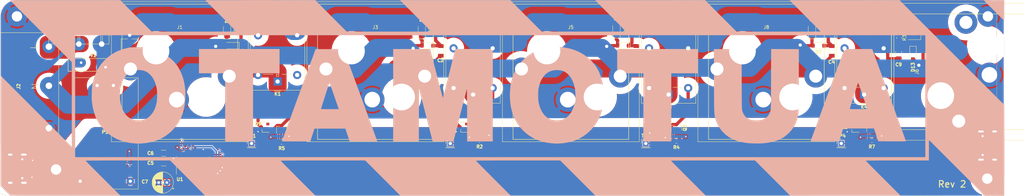
<source format=kicad_pcb>
(kicad_pcb (version 20171130) (host pcbnew "(5.1.8)-1")
  (layers (0 F.Cu signal hide) (31 B.Cu signal) (34 B.Paste user hide) (35 F.Paste user) (36 B.SilkS user hide) (37 F.SilkS user) (38 B.Mask user) (39 F.Mask user) (44 Edge.Cuts user))
  (net 0 "")
  (net 1 "Net-(C1-Pad2)")
  (net 2 "Net-(C1-Pad1)")
  (net 3 "Net-(C2-Pad2)")
  (net 4 "Net-(C2-Pad1)")
  (net 5 "Net-(C3-Pad2)")
  (net 6 "Net-(C3-Pad1)")
  (net 7 "Net-(C4-Pad2)")
  (net 8 "Net-(C4-Pad1)")
  (net 9 ACN)
  (net 10 ACE)
  (net 11 ACL)
  (net 12 3V3)
  (net 13 LATCH)
  (net 14 SDI)
  (net 15 CLK)
  (net 16 GND)
  (net 17 SDO)
  (net 18 "Net-(K1-Pad4)")
  (net 19 "Net-(K2-Pad4)")
  (net 20 "Net-(K3-Pad4)")
  (net 21 "Net-(K4-Pad4)")
  (net 22 CTRL1)
  (net 23 CTRL2)
  (net 24 CTRL3)
  (net 25 CTRL4)
  (net 26 "Net-(U1-Pad7)")
  (net 27 "Net-(U1-Pad6)")
  (net 28 "Net-(U1-Pad5)")
  (net 29 "Net-(U1-Pad4)")
  (net 30 "Net-(D9-Pad2)")
  (net 31 "Net-(D10-Pad2)")
  (net 32 "Net-(D11-Pad2)")
  (net 33 "Net-(D12-Pad2)")
  (net 34 "Net-(C9-Pad2)")
  (net 35 "Net-(J2-Pad1)")
  (net 36 "Net-(J4-PadA5)")
  (net 37 "Net-(J4-PadB5)")
  (net 38 "Net-(J7-PadA4)")
  (net 39 "Net-(J7-PadA5)")
  (net 40 "Net-(J7-PadB5)")
  (net 41 "Net-(D2-Pad2)")
  (net 42 "Net-(D4-Pad2)")
  (net 43 "Net-(D6-Pad2)")
  (net 44 "Net-(D8-Pad2)")
  (net 45 "Net-(D14-Pad2)")
  (module automato-relay:eu-outlet (layer F.Cu) (at 255 119)
    (fp_text reference J8 (at -0.01 -13.67) (layer F.SilkS))
    (fp_text value TE-3-213598-4)
    (pad "" np_thru_hole circle (at 8.05 7.75) (size 8.2 8.2) (drill 8.2) (layers *.Cu *.Mask))
    (pad "" np_thru_hole circle (at -7.33 -6.37) (size 8.2 8.2) (drill 8.2) (layers *.Cu *.Mask))
    (pad 2 thru_hole circle (at 15.15 1.35) (size 7 7) (drill 4) (layers *.Cu *.Mask) (net 8 "Net-(C4-Pad1)"))
    (pad 1 thru_hole circle (at -15.15 -0.85) (size 7 7) (drill 4) (layers *.Cu *.Mask) (net 9 ACN))
    (pad 3 thru_hole circle (at -0.95 8.55) (size 7.5 7.5) (drill 4.8) (layers *.Cu *.Mask) (net 10 ACE))
  )
  (module automato-relay:eu-outlet (layer F.Cu) (at 314.9 119 90)
    (fp_text reference J6 (at -0.01 -13.67 90) (layer F.SilkS))
    (fp_text value TE-3-213598-4)
    (pad "" np_thru_hole circle (at 8.05 7.75 90) (size 8.2 8.2) (drill 8.2) (layers *.Cu *.Mask))
    (pad "" np_thru_hole circle (at -7.33 -6.37 90) (size 8.2 8.2) (drill 8.2) (layers *.Cu *.Mask))
    (pad 2 thru_hole circle (at 15.15 1.35 90) (size 7 7) (drill 4) (layers *.Cu *.Mask) (net 11 ACL))
    (pad 1 thru_hole circle (at -15.15 -0.85 90) (size 7 7) (drill 4) (layers *.Cu *.Mask) (net 9 ACN))
    (pad 3 thru_hole circle (at -0.95 8.55 90) (size 7.5 7.5) (drill 4.8) (layers *.Cu *.Mask) (net 10 ACE))
  )
  (module automato-relay:eu-outlet (layer F.Cu) (at 195 119)
    (fp_text reference J5 (at -0.01 -13.67) (layer F.SilkS))
    (fp_text value TE-3-213598-4)
    (pad "" np_thru_hole circle (at 8.05 7.75) (size 8.2 8.2) (drill 8.2) (layers *.Cu *.Mask))
    (pad "" np_thru_hole circle (at -7.33 -6.37) (size 8.2 8.2) (drill 8.2) (layers *.Cu *.Mask))
    (pad 2 thru_hole circle (at 15.15 1.35) (size 7 7) (drill 4) (layers *.Cu *.Mask) (net 6 "Net-(C3-Pad1)"))
    (pad 1 thru_hole circle (at -15.15 -0.85) (size 7 7) (drill 4) (layers *.Cu *.Mask) (net 9 ACN))
    (pad 3 thru_hole circle (at -0.95 8.55) (size 7.5 7.5) (drill 4.8) (layers *.Cu *.Mask) (net 10 ACE))
  )
  (module automato-relay:eu-outlet (layer F.Cu) (at 135 119)
    (fp_text reference J3 (at -0.01 -13.67) (layer F.SilkS))
    (fp_text value TE-3-213598-4)
    (pad "" np_thru_hole circle (at 8.05 7.75) (size 8.2 8.2) (drill 8.2) (layers *.Cu *.Mask))
    (pad "" np_thru_hole circle (at -7.33 -6.37) (size 8.2 8.2) (drill 8.2) (layers *.Cu *.Mask))
    (pad 2 thru_hole circle (at 15.15 1.35) (size 7 7) (drill 4) (layers *.Cu *.Mask) (net 4 "Net-(C2-Pad1)"))
    (pad 1 thru_hole circle (at -15.15 -0.85) (size 7 7) (drill 4) (layers *.Cu *.Mask) (net 9 ACN))
    (pad 3 thru_hole circle (at -0.95 8.55) (size 7.5 7.5) (drill 4.8) (layers *.Cu *.Mask) (net 10 ACE))
  )
  (module automato-relay:eu-outlet (layer F.Cu) (at 75 119)
    (fp_text reference J1 (at -0.01 -13.67) (layer F.SilkS))
    (fp_text value TE-3-213598-4)
    (pad "" np_thru_hole circle (at 8.05 7.75) (size 8.2 8.2) (drill 8.2) (layers *.Cu *.Mask))
    (pad "" np_thru_hole circle (at -7.33 -6.37) (size 8.2 8.2) (drill 8.2) (layers *.Cu *.Mask))
    (pad 2 thru_hole circle (at 15.15 1.35) (size 7 7) (drill 4) (layers *.Cu *.Mask) (net 2 "Net-(C1-Pad1)"))
    (pad 1 thru_hole circle (at -15.15 -0.85) (size 7 7) (drill 4) (layers *.Cu *.Mask) (net 9 ACN))
    (pad 3 thru_hole circle (at -0.95 8.55) (size 7.5 7.5) (drill 4.8) (layers *.Cu *.Mask) (net 10 ACE))
  )
  (module Resistor_SMD:R_0805_2012Metric (layer F.Cu) (at 93.75 106 90)
    (fp_text reference R1 (at 0 -1.65 90) (layer F.SilkS))
    (fp_text value 10k)
    (pad 2 smd roundrect (at 0.9125 0 90) (size 1.025 1.4) (layers F.Cu F.Paste F.Mask) (roundrect_rratio 0.243902) (net 41 "Net-(D2-Pad2)"))
    (pad 1 smd roundrect (at -0.9125 0 90) (size 1.025 1.4) (layers F.Cu F.Paste F.Mask) (roundrect_rratio 0.243902) (net 1 "Net-(C1-Pad2)"))
  )
  (module Resistor_SMD:R_0805_2012Metric (layer F.Cu) (at 274 106.1625 90)
    (fp_text reference R9 (at 0 -1.65 90) (layer F.SilkS))
    (fp_text value 10k)
    (pad 2 smd roundrect (at 0.9125 0 90) (size 1.025 1.4) (layers F.Cu F.Paste F.Mask) (roundrect_rratio 0.243902) (net 44 "Net-(D8-Pad2)"))
    (pad 1 smd roundrect (at -0.9125 0 90) (size 1.025 1.4) (layers F.Cu F.Paste F.Mask) (roundrect_rratio 0.243902) (net 7 "Net-(C4-Pad2)"))
  )
  (module Resistor_SMD:R_0805_2012Metric (layer F.Cu) (at 213.5 106.25 90)
    (fp_text reference R8 (at 0 -1.65 90) (layer F.SilkS))
    (fp_text value 10k)
    (pad 2 smd roundrect (at 0.9125 0 90) (size 1.025 1.4) (layers F.Cu F.Paste F.Mask) (roundrect_rratio 0.243902) (net 43 "Net-(D6-Pad2)"))
    (pad 1 smd roundrect (at -0.9125 0 90) (size 1.025 1.4) (layers F.Cu F.Paste F.Mask) (roundrect_rratio 0.243902) (net 5 "Net-(C3-Pad2)"))
  )
  (module Resistor_SMD:R_0805_2012Metric (layer F.Cu) (at 153.5 106.25 90)
    (fp_text reference R6 (at 0 -1.65 90) (layer F.SilkS))
    (fp_text value 10k)
    (pad 2 smd roundrect (at 0.9125 0 90) (size 1.025 1.4) (layers F.Cu F.Paste F.Mask) (roundrect_rratio 0.243902) (net 42 "Net-(D4-Pad2)"))
    (pad 1 smd roundrect (at -0.9125 0 90) (size 1.025 1.4) (layers F.Cu F.Paste F.Mask) (roundrect_rratio 0.243902) (net 3 "Net-(C2-Pad2)"))
  )
  (module Resistor_SMD:R_0805_2012Metric (layer F.Cu) (at 295.75 108.5875 270)
    (fp_text reference R3 (at 0 -1.65 90) (layer F.SilkS))
    (fp_text value 10k)
    (pad 2 smd roundrect (at 0.9125 0 270) (size 1.025 1.4) (layers F.Cu F.Paste F.Mask) (roundrect_rratio 0.243902) (net 34 "Net-(C9-Pad2)"))
    (pad 1 smd roundrect (at -0.9125 0 270) (size 1.025 1.4) (layers F.Cu F.Paste F.Mask) (roundrect_rratio 0.243902) (net 45 "Net-(D14-Pad2)"))
  )
  (module automato-relay:USB_C_Receptacle_GCT-USB4105 (layer F.Cu) (at 324 141.65 90)
    (fp_text reference J7 (at 0 -5.645 90) (layer F.SilkS) (effects (font (thickness 0.25))))
    (fp_text value USB_C_Receptacle_USB2.0)
    (pad B1 smd rect (at 3.25 -3.855 90) (size 0.58 1.45) (layers F.Cu F.Paste F.Mask) (net 16 GND))
    (pad A9 smd rect (at 2.45 -3.855 90) (size 0.58 1.45) (layers F.Cu F.Paste F.Mask) (net 38 "Net-(J7-PadA4)"))
    (pad B9 smd rect (at -2.45 -3.855 90) (size 0.58 1.45) (layers F.Cu F.Paste F.Mask) (net 38 "Net-(J7-PadA4)"))
    (pad B12 smd rect (at -3.25 -3.855 90) (size 0.58 1.45) (layers F.Cu F.Paste F.Mask) (net 16 GND))
    (pad A1 smd rect (at -3.25 -3.855 90) (size 0.58 1.45) (layers F.Cu F.Paste F.Mask) (net 16 GND))
    (pad A4 smd rect (at -2.45 -3.855 90) (size 0.58 1.45) (layers F.Cu F.Paste F.Mask) (net 38 "Net-(J7-PadA4)"))
    (pad B4 smd rect (at 2.45 -3.855 90) (size 0.58 1.45) (layers F.Cu F.Paste F.Mask) (net 38 "Net-(J7-PadA4)"))
    (pad A12 smd rect (at 3.25 -3.855 90) (size 0.58 1.45) (layers F.Cu F.Paste F.Mask) (net 16 GND))
    (pad B8 smd rect (at -1.75 -3.855 90) (size 0.28 1.45) (layers F.Cu F.Paste F.Mask) (net 13 LATCH))
    (pad A5 smd rect (at -1.25 -3.855 90) (size 0.28 1.45) (layers F.Cu F.Paste F.Mask) (net 39 "Net-(J7-PadA5)"))
    (pad B7 smd rect (at -0.75 -3.855 90) (size 0.28 1.45) (layers F.Cu F.Paste F.Mask) (net 15 CLK))
    (pad A7 smd rect (at 0.25 -3.855 90) (size 0.28 1.45) (layers F.Cu F.Paste F.Mask) (net 15 CLK))
    (pad B6 smd rect (at 0.75 -3.855 90) (size 0.28 1.45) (layers F.Cu F.Paste F.Mask) (net 17 SDO))
    (pad A8 smd rect (at 1.25 -3.855 90) (size 0.28 1.45) (layers F.Cu F.Paste F.Mask) (net 13 LATCH))
    (pad B5 smd rect (at 1.75 -3.855 90) (size 0.28 1.45) (layers F.Cu F.Paste F.Mask) (net 40 "Net-(J7-PadB5)"))
    (pad A6 smd rect (at -0.25 -3.855 90) (size 0.28 1.45) (layers F.Cu F.Paste F.Mask) (net 17 SDO))
    (pad S1 thru_hole oval (at 4.32 -3.13 90) (size 1 2.1) (drill oval 0.6 1.7) (layers *.Cu *.Mask) (net 16 GND))
    (pad S1 thru_hole oval (at -4.32 -3.13 90) (size 1 2.1) (drill oval 0.6 1.7) (layers *.Cu *.Mask) (net 16 GND))
    (pad "" np_thru_hole circle (at -2.89 -2.63 90) (size 0.65 0.65) (drill 0.65) (layers *.Cu *.Mask))
    (pad S1 thru_hole oval (at -4.32 1.05 90) (size 1 1.8) (drill oval 0.6 1.4) (layers *.Cu *.Mask) (net 16 GND))
    (pad "" np_thru_hole circle (at 2.89 -2.63 90) (size 0.65 0.65) (drill 0.65) (layers *.Cu *.Mask))
    (pad S1 thru_hole oval (at 4.32 1.05 90) (size 1 1.8) (drill oval 0.6 1.4) (layers *.Cu *.Mask) (net 16 GND))
  )
  (module automato-relay:USB_C_Receptacle_GCT-USB4105 (layer F.Cu) (at 24 148.75 270)
    (fp_text reference J4 (at 6.25 -1 90) (layer F.SilkS) (effects (font (thickness 0.25))))
    (fp_text value USB_C_Receptacle_USB2.0)
    (pad B1 smd rect (at 3.25 -3.855 270) (size 0.58 1.45) (layers F.Cu F.Paste F.Mask) (net 16 GND))
    (pad A9 smd rect (at 2.45 -3.855 270) (size 0.58 1.45) (layers F.Cu F.Paste F.Mask) (net 12 3V3))
    (pad B9 smd rect (at -2.45 -3.855 270) (size 0.58 1.45) (layers F.Cu F.Paste F.Mask) (net 12 3V3))
    (pad B12 smd rect (at -3.25 -3.855 270) (size 0.58 1.45) (layers F.Cu F.Paste F.Mask) (net 16 GND))
    (pad A1 smd rect (at -3.25 -3.855 270) (size 0.58 1.45) (layers F.Cu F.Paste F.Mask) (net 16 GND))
    (pad A4 smd rect (at -2.45 -3.855 270) (size 0.58 1.45) (layers F.Cu F.Paste F.Mask) (net 12 3V3))
    (pad B4 smd rect (at 2.45 -3.855 270) (size 0.58 1.45) (layers F.Cu F.Paste F.Mask) (net 12 3V3))
    (pad A12 smd rect (at 3.25 -3.855 270) (size 0.58 1.45) (layers F.Cu F.Paste F.Mask) (net 16 GND))
    (pad B8 smd rect (at -1.75 -3.855 270) (size 0.28 1.45) (layers F.Cu F.Paste F.Mask) (net 13 LATCH))
    (pad A5 smd rect (at -1.25 -3.855 270) (size 0.28 1.45) (layers F.Cu F.Paste F.Mask) (net 36 "Net-(J4-PadA5)"))
    (pad B7 smd rect (at -0.75 -3.855 270) (size 0.28 1.45) (layers F.Cu F.Paste F.Mask) (net 15 CLK))
    (pad A7 smd rect (at 0.25 -3.855 270) (size 0.28 1.45) (layers F.Cu F.Paste F.Mask) (net 15 CLK))
    (pad B6 smd rect (at 0.75 -3.855 270) (size 0.28 1.45) (layers F.Cu F.Paste F.Mask) (net 14 SDI))
    (pad A8 smd rect (at 1.25 -3.855 270) (size 0.28 1.45) (layers F.Cu F.Paste F.Mask) (net 13 LATCH))
    (pad B5 smd rect (at 1.75 -3.855 270) (size 0.28 1.45) (layers F.Cu F.Paste F.Mask) (net 37 "Net-(J4-PadB5)"))
    (pad A6 smd rect (at -0.25 -3.855 270) (size 0.28 1.45) (layers F.Cu F.Paste F.Mask) (net 14 SDI))
    (pad S1 thru_hole oval (at 4.32 -3.13 270) (size 1 2.1) (drill oval 0.6 1.7) (layers *.Cu *.Mask) (net 16 GND))
    (pad S1 thru_hole oval (at -4.32 -3.13 270) (size 1 2.1) (drill oval 0.6 1.7) (layers *.Cu *.Mask) (net 16 GND))
    (pad "" np_thru_hole circle (at -2.89 -2.63 270) (size 0.65 0.65) (drill 0.65) (layers *.Cu *.Mask))
    (pad S1 thru_hole oval (at -4.32 1.05 270) (size 1 1.8) (drill oval 0.6 1.4) (layers *.Cu *.Mask) (net 16 GND))
    (pad "" np_thru_hole circle (at 2.89 -2.63 270) (size 0.65 0.65) (drill 0.65) (layers *.Cu *.Mask))
    (pad S1 thru_hole oval (at 4.32 1.05 270) (size 1 1.8) (drill oval 0.6 1.4) (layers *.Cu *.Mask) (net 16 GND))
  )
  (module automato-relay:bsilk-rev2 (layer B.Cu) (at 174 127 180)
    (fp_text reference G*** hide)
    (fp_text value LOGO hide)
  )
  (module automato-relay:silk-rev2 (layer F.Cu) (at 173 56)
    (fp_text reference G*** hide)
    (fp_text value LOGO hide)
  )
  (module automato-relay:silk-rev2 (layer F.Cu) (at 44 178)
    (fp_text reference G*** hide)
    (fp_text value LOGO hide)
  )
  (module Capacitor_SMD:C_1206_3216Metric (layer F.Cu) (at 95.1 112.6 90)
    (fp_text reference C1 (at -3.4 -0.1 180) (layer F.SilkS) (effects (font (thickness 0.25))))
    (fp_text value 47n)
    (pad 2 smd roundrect (at 1.475 0 90) (size 1.15 1.8) (layers F.Cu F.Paste F.Mask) (roundrect_rratio 0.2173904347826087) (net 1 "Net-(C1-Pad2)"))
    (pad 1 smd roundrect (at -1.475 0 90) (size 1.15 1.8) (layers F.Cu F.Paste F.Mask) (roundrect_rratio 0.2173904347826087) (net 2 "Net-(C1-Pad1)"))
  )
  (module LED_SMD:LED_1206_3216Metric (layer F.Cu) (at 149.25 106.65 90)
    (fp_text reference D4 (at 3.9 0 90) (layer F.SilkS) (effects (font (thickness 0.25))))
    (fp_text value LED)
    (pad 2 smd roundrect (at 1.4 0 90) (size 1.25 1.75) (layers F.Cu F.Paste F.Mask) (roundrect_rratio 0.2) (net 42 "Net-(D4-Pad2)"))
    (pad 1 smd roundrect (at -1.4 0 90) (size 1.25 1.75) (layers F.Cu F.Paste F.Mask) (roundrect_rratio 0.2) (net 9 ACN))
  )
  (module Relay_THT:Relay_SPDT_Omron-G5LE-1 (layer F.Cu) (at 165 126 180)
    (fp_text reference K2 (at 0 -3.8) (layer F.SilkS) (effects (font (thickness 0.25))))
    (fp_text value G5LE-14)
    (pad 5 thru_hole oval (at 6 2 180) (size 2.5 2.5) (drill 1.3) (layers *.Cu *.Mask) (net 12 3V3))
    (pad 4 thru_hole oval (at 6 14.2 180) (size 2.5 2.5) (drill 1.3) (layers *.Cu *.Mask) (net 19 "Net-(K2-Pad4)"))
    (pad 3 thru_hole oval (at -6 14.2 180) (size 2.5 2.5) (drill 1.3) (layers *.Cu *.Mask) (net 11 ACL))
    (pad 2 thru_hole oval (at -6 2 180) (size 2.5 2.5) (drill 1.3) (layers *.Cu *.Mask) (net 31 "Net-(D10-Pad2)"))
    (pad 1 thru_hole rect (at 0 0 180) (size 2.5 2.5) (drill 1.3) (layers *.Cu *.Mask) (net 4 "Net-(C2-Pad1)"))
  )
  (module Diode_SMD:D_SOD-123 (layer F.Cu) (at 151 111 180)
    (fp_text reference D3 (at 0 -2) (layer F.SilkS) (effects (font (thickness 0.25))))
    (fp_text value D)
    (pad 2 smd rect (at 1.65 0 180) (size 0.9 1.2) (layers F.Cu F.Paste F.Mask) (net 9 ACN))
    (pad 1 smd rect (at -1.65 0 180) (size 0.9 1.2) (layers F.Cu F.Paste F.Mask) (net 3 "Net-(C2-Pad2)"))
  )
  (module Resistor_SMD:R_0805_2012Metric (layer F.Cu) (at 167 140)
    (fp_text reference R2 (at 0 2) (layer F.SilkS) (effects (font (thickness 0.25))))
    (fp_text value 100k)
    (pad 2 smd roundrect (at 0.9125 0) (size 1.025 1.4) (layers F.Cu F.Paste F.Mask) (roundrect_rratio 0.2439004878048781) (net 16 GND))
    (pad 1 smd roundrect (at -0.9125 0) (size 1.025 1.4) (layers F.Cu F.Paste F.Mask) (roundrect_rratio 0.2439004878048781) (net 23 CTRL2))
  )
  (module Package_TO_SOT_SMD:SOT-23 (layer F.Cu) (at 167 136 90)
    (fp_text reference Q2 (at 0 2.5 90) (layer F.SilkS) (effects (font (thickness 0.25))))
    (fp_text value DMG3418L)
    (pad 3 smd rect (at 1 0 90) (size 0.9 0.8) (layers F.Cu F.Paste F.Mask) (net 31 "Net-(D10-Pad2)"))
    (pad 2 smd rect (at -1 0.95 90) (size 0.9 0.8) (layers F.Cu F.Paste F.Mask) (net 16 GND))
    (pad 1 smd rect (at -1 -0.95 90) (size 0.9 0.8) (layers F.Cu F.Paste F.Mask) (net 23 CTRL2))
  )
  (module Diode_SMD:D_SOT-23_ANK (layer F.Cu) (at 162 136 180)
    (fp_text reference D10 (at 3 1) (layer F.SilkS) (effects (font (thickness 0.25))))
    (fp_text value D)
    (pad 1 smd rect (at 1 0 180) (size 0.9 0.8) (layers F.Cu F.Paste F.Mask) (net 12 3V3))
    (pad "" smd rect (at -1 0.95 180) (size 0.9 0.8) (layers F.Cu F.Paste F.Mask))
    (pad 2 smd rect (at -1 -0.95 180) (size 0.9 0.8) (layers F.Cu F.Paste F.Mask) (net 31 "Net-(D10-Pad2)"))
  )
  (module Capacitor_SMD:C_1206_3216Metric (layer F.Cu) (at 155.1 112.6 90)
    (fp_text reference C2 (at -2.9 -0.1 180) (layer F.SilkS) (effects (font (thickness 0.25))))
    (fp_text value 47n)
    (pad 2 smd roundrect (at 1.475 0 90) (size 1.15 1.8) (layers F.Cu F.Paste F.Mask) (roundrect_rratio 0.2173904347826087) (net 3 "Net-(C2-Pad2)"))
    (pad 1 smd roundrect (at -1.475 0 90) (size 1.15 1.8) (layers F.Cu F.Paste F.Mask) (roundrect_rratio 0.2173904347826087) (net 4 "Net-(C2-Pad1)"))
  )
  (module automato-relay:PF0011-15-PC (layer F.Cu) (at 34.8 124 90)
    (fp_text reference J2 (at 0.5 -9.3 90) (layer F.SilkS) (effects (font (thickness 0.25))))
    (fp_text value IEC-C14-FUSE)
    (fp_text user G (at -12.8 -4.3 90) (layer F.SilkS) (effects (font (size 2 2))))
    (fp_text user N (at 0.5 -4.2 90) (layer F.SilkS) (effects (font (size 2 2))))
    (fp_text user L (at 12.7 -4.6 90) (layer F.SilkS) (effects (font (size 2 2))))
    (pad 1 thru_hole circle (at 12.7 0 90) (size 4 4) (drill 2) (layers *.Cu *.Mask) (net 35 "Net-(J2-Pad1)"))
    (pad 3 thru_hole circle (at 0.7 0 90) (size 4 4) (drill 2) (layers *.Cu *.Mask) (net 9 ACN))
    (pad 2 thru_hole circle (at -12.3 0 90) (size 4 4) (drill 2) (layers *.Cu *.Mask) (net 10 ACE))
  )
  (module MountingHole:MountingHole_3.2mm_M3_Pad (layer F.Cu) (at 322.8 151.8)
    (fp_text reference REF** hide)
    (fp_text value MountingHole_3.2mm_M3_Pad)
    (pad 1 thru_hole circle (at 0 0) (size 6.4 6.4) (drill 3.2) (layers *.Cu *.Mask) (net 10 ACE))
  )
  (module MountingHole:MountingHole_3.2mm_M3_Pad (layer F.Cu) (at 25 102)
    (fp_text reference REF** hide)
    (fp_text value MountingHole_3.2mm_M3_Pad)
    (pad 1 thru_hole circle (at 0 0) (size 6.4 6.4) (drill 3.2) (layers *.Cu *.Mask) (net 10 ACE))
  )
  (module MountingHole:MountingHole_3.2mm_M3_Pad (layer F.Cu) (at 37 149)
    (fp_text reference REF** hide)
    (fp_text value MountingHole_3.2mm_M3_Pad)
    (pad 1 thru_hole circle (at 0 0) (size 6.4 6.4) (drill 3.2) (layers *.Cu *.Mask) (net 10 ACE))
  )
  (module MountingHole:MountingHole_3.2mm_M3_Pad (layer F.Cu) (at 323 102)
    (fp_text reference REF** hide)
    (fp_text value MountingHole_3.2mm_M3_Pad)
    (pad 1 thru_hole circle (at 0 0) (size 6.4 6.4) (drill 3.2) (layers *.Cu *.Mask) (net 10 ACE))
  )
  (module automato-relay:RA1H1C112R (layer F.Cu) (at 44 110.5)
    (fp_text reference SW1 (at 0.5 -9) (layer F.SilkS) (effects (font (thickness 0.25))))
    (fp_text value SW_SPST)
    (pad 2 thru_hole circle (at 7 0) (size 4 4) (drill 1.7) (layers *.Cu *.Mask) (net 11 ACL))
    (pad 1 thru_hole circle (at 0 0) (size 4 4) (drill 1.7) (layers *.Cu *.Mask) (net 35 "Net-(J2-Pad1)"))
  )
  (module LED_SMD:LED_1206_3216Metric (layer F.Cu) (at 300.15 108 180)
    (fp_text reference D14 (at -0.2 2.1) (layer F.SilkS) (effects (font (thickness 0.25))))
    (fp_text value LED)
    (pad 2 smd roundrect (at 1.4 0 180) (size 1.25 1.75) (layers F.Cu F.Paste F.Mask) (roundrect_rratio 0.2) (net 45 "Net-(D14-Pad2)"))
    (pad 1 smd roundrect (at -1.4 0 180) (size 1.25 1.75) (layers F.Cu F.Paste F.Mask) (roundrect_rratio 0.2) (net 9 ACN))
  )
  (module Diode_SMD:D_SOD-123 (layer F.Cu) (at 300 113.4 270)
    (fp_text reference D13 (at 4.2 0 90) (layer F.SilkS) (effects (font (thickness 0.25))))
    (fp_text value D)
    (pad 2 smd rect (at 1.65 0 270) (size 0.9 1.2) (layers F.Cu F.Paste F.Mask) (net 9 ACN))
    (pad 1 smd rect (at -1.65 0 270) (size 0.9 1.2) (layers F.Cu F.Paste F.Mask) (net 34 "Net-(C9-Pad2)"))
  )
  (module Capacitor_SMD:C_1206_3216Metric (layer F.Cu) (at 295.6 113.4 90)
    (fp_text reference C9 (at -3.4 0 180) (layer F.SilkS) (effects (font (thickness 0.25))))
    (fp_text value 47n)
    (pad 2 smd roundrect (at 1.475 0 90) (size 1.15 1.8) (layers F.Cu F.Paste F.Mask) (roundrect_rratio 0.2173904347826087) (net 34 "Net-(C9-Pad2)"))
    (pad 1 smd roundrect (at -1.475 0 90) (size 1.15 1.8) (layers F.Cu F.Paste F.Mask) (roundrect_rratio 0.2173904347826087) (net 11 ACL))
  )
  (module Diode_SMD:D_SOD-123 (layer F.Cu) (at 271 111 180)
    (fp_text reference D7 (at 0 -2) (layer F.SilkS) (effects (font (thickness 0.25))))
    (fp_text value D)
    (pad 2 smd rect (at 1.65 0 180) (size 0.9 1.2) (layers F.Cu F.Paste F.Mask) (net 9 ACN))
    (pad 1 smd rect (at -1.65 0 180) (size 0.9 1.2) (layers F.Cu F.Paste F.Mask) (net 7 "Net-(C4-Pad2)"))
  )
  (module Diode_SMD:D_SOD-123 (layer F.Cu) (at 211 111 180)
    (fp_text reference D5 (at 0 -2) (layer F.SilkS) (effects (font (thickness 0.25))))
    (fp_text value D)
    (pad 2 smd rect (at 1.65 0 180) (size 0.9 1.2) (layers F.Cu F.Paste F.Mask) (net 9 ACN))
    (pad 1 smd rect (at -1.65 0 180) (size 0.9 1.2) (layers F.Cu F.Paste F.Mask) (net 5 "Net-(C3-Pad2)"))
  )
  (module Diode_SMD:D_SOD-123 (layer F.Cu) (at 91 111 180)
    (fp_text reference D1 (at 0.05 -2) (layer F.SilkS) (effects (font (thickness 0.25))))
    (fp_text value D)
    (pad 2 smd rect (at 1.65 0 180) (size 0.9 1.2) (layers F.Cu F.Paste F.Mask) (net 9 ACN))
    (pad 1 smd rect (at -1.65 0 180) (size 0.9 1.2) (layers F.Cu F.Paste F.Mask) (net 1 "Net-(C1-Pad2)"))
  )
  (module Capacitor_THT:C_Disc_D7.5mm_W5.0mm_P10.00mm (layer F.Cu) (at 59.6 107.8 270)
    (fp_text reference C8 (at 4.7 0.1 180) (layer F.SilkS) (effects (font (thickness 0.25))))
    (fp_text value "1 nF")
    (pad 2 thru_hole circle (at 10 0 270) (size 2 2) (drill 1) (layers *.Cu *.Mask) (net 9 ACN))
    (pad 1 thru_hole circle (at 0 0 270) (size 2 2) (drill 1) (layers *.Cu *.Mask) (net 11 ACL))
  )
  (module Capacitor_THT:CP_Radial_D6.3mm_P2.50mm (layer F.Cu) (at 71 153 180)
    (fp_text reference C7 (at 6.75 0.25) (layer F.SilkS) (effects (font (thickness 0.25))))
    (fp_text value "220 uF")
    (pad 1 thru_hole rect (at 0 0 180) (size 1.6 1.6) (drill 0.8) (layers *.Cu *.Mask) (net 12 3V3))
    (pad 2 thru_hole circle (at 2.5 0 180) (size 1.6 1.6) (drill 0.8) (layers *.Cu *.Mask) (net 16 GND))
  )
  (module Capacitor_SMD:C_1206_3216Metric (layer F.Cu) (at 70 144 180)
    (fp_text reference C5 (at 4 -3) (layer F.SilkS) (effects (font (thickness 0.25))))
    (fp_text value "10 uF")
    (pad 1 smd roundrect (at -1.475 0 180) (size 1.15 1.8) (layers F.Cu F.Paste F.Mask) (roundrect_rratio 0.2173904347826087) (net 12 3V3))
    (pad 2 smd roundrect (at 1.475 0 180) (size 1.15 1.8) (layers F.Cu F.Paste F.Mask) (roundrect_rratio 0.2173904347826087) (net 16 GND))
  )
  (module Capacitor_SMD:C_1206_3216Metric (layer F.Cu) (at 70 147)
    (fp_text reference C6 (at -4 -3) (layer F.SilkS) (effects (font (thickness 0.25))))
    (fp_text value "0.1 uF")
    (pad 1 smd roundrect (at -1.475 0) (size 1.15 1.8) (layers F.Cu F.Paste F.Mask) (roundrect_rratio 0.2173904347826087) (net 16 GND))
    (pad 2 smd roundrect (at 1.475 0) (size 1.15 1.8) (layers F.Cu F.Paste F.Mask) (roundrect_rratio 0.2173904347826087) (net 12 3V3))
  )
  (module Connector_PinHeader_2.54mm:PinHeader_1x01_P2.54mm_Vertical (layer F.Cu) (at 278 141)
    (fp_text reference TP4 (at 0 -2.33) (layer F.SilkS) (effects (font (thickness 0.25))))
    (fp_text value TestPoint)
    (pad 1 thru_hole rect (at 0 0) (size 1.7 1.7) (drill 1) (layers *.Cu *.Mask) (net 25 CTRL4))
  )
  (module Connector_PinHeader_2.54mm:PinHeader_1x01_P2.54mm_Vertical (layer F.Cu) (at 218 141)
    (fp_text reference TP3 (at 0 -2.33) (layer F.SilkS) (effects (font (thickness 0.25))))
    (fp_text value TestPoint)
    (pad 1 thru_hole rect (at 0 0) (size 1.7 1.7) (drill 1) (layers *.Cu *.Mask) (net 24 CTRL3))
  )
  (module Connector_PinHeader_2.54mm:PinHeader_1x01_P2.54mm_Vertical (layer F.Cu) (at 158 141)
    (fp_text reference TP2 (at 0 -2.33) (layer F.SilkS) (effects (font (thickness 0.25))))
    (fp_text value TestPoint)
    (pad 1 thru_hole rect (at 0 0) (size 1.7 1.7) (drill 1) (layers *.Cu *.Mask) (net 23 CTRL2))
  )
  (module Connector_PinHeader_2.54mm:PinHeader_1x01_P2.54mm_Vertical (layer F.Cu) (at 97 141)
    (fp_text reference TP1 (at 0 -2.33) (layer F.SilkS) (effects (font (thickness 0.25))))
    (fp_text value TestPoint)
    (pad 1 thru_hole rect (at 0 0) (size 1.7 1.7) (drill 1) (layers *.Cu *.Mask) (net 22 CTRL1))
  )
  (module Varistor:RV_Disc_D15.5mm_W3.9mm_P7.5mm (layer F.Cu) (at 52.2 117.6 180)
    (fp_text reference V1 (at 3.75 3.65) (layer F.SilkS) (effects (font (thickness 0.25))))
    (fp_text value Varistor)
    (pad 1 thru_hole circle (at 0 0 180) (size 1.8 1.8) (drill 0.8) (layers *.Cu *.Mask) (net 11 ACL))
    (pad 2 thru_hole circle (at 7.5 1.4 180) (size 1.8 1.8) (drill 0.8) (layers *.Cu *.Mask) (net 9 ACN))
  )
  (module Converter_ACDC:Converter_ACDC_HiLink_HLK-PMxx (layer F.Cu) (at 54.6 123.2 270)
    (fp_text reference PS1 (at 14.3 2.1) (layer F.SilkS) (effects (font (thickness 0.25))))
    (fp_text value HLK-PM03)
    (pad 4 thru_hole circle (at 29.4 10.2 270) (size 2.3 2.3) (drill 1) (layers *.Cu *.Mask) (net 12 3V3))
    (pad 2 thru_hole circle (at 0 5 270) (size 2.3 2.3) (drill 1) (layers *.Cu *.Mask) (net 9 ACN))
    (pad 1 thru_hole rect (at 0 0 270) (size 2.3 2) (drill 1) (layers *.Cu *.Mask) (net 11 ACL))
    (pad 3 thru_hole circle (at 29.4 -5.2 270) (size 2.3 2.3) (drill 1) (layers *.Cu *.Mask) (net 16 GND))
  )
  (module LED_SMD:LED_1206_3216Metric (layer F.Cu) (at 269 106.6 90)
    (fp_text reference D8 (at 4 0 90) (layer F.SilkS) (effects (font (thickness 0.25))))
    (fp_text value LED)
    (pad 2 smd roundrect (at 1.4 0 90) (size 1.25 1.75) (layers F.Cu F.Paste F.Mask) (roundrect_rratio 0.2) (net 44 "Net-(D8-Pad2)"))
    (pad 1 smd roundrect (at -1.4 0 90) (size 1.25 1.75) (layers F.Cu F.Paste F.Mask) (roundrect_rratio 0.2) (net 9 ACN))
  )
  (module LED_SMD:LED_1206_3216Metric (layer F.Cu) (at 209 106.4 90)
    (fp_text reference D6 (at 4 0 90) (layer F.SilkS) (effects (font (thickness 0.25))))
    (fp_text value LED)
    (pad 2 smd roundrect (at 1.4 0 90) (size 1.25 1.75) (layers F.Cu F.Paste F.Mask) (roundrect_rratio 0.2) (net 43 "Net-(D6-Pad2)"))
    (pad 1 smd roundrect (at -1.4 0 90) (size 1.25 1.75) (layers F.Cu F.Paste F.Mask) (roundrect_rratio 0.2) (net 9 ACN))
  )
  (module LED_SMD:LED_1206_3216Metric (layer F.Cu) (at 89.5 106.65 90)
    (fp_text reference D2 (at 3.5 0 90) (layer F.SilkS) (effects (font (thickness 0.25))))
    (fp_text value LED)
    (pad 2 smd roundrect (at 1.4 0 90) (size 1.25 1.75) (layers F.Cu F.Paste F.Mask) (roundrect_rratio 0.2) (net 41 "Net-(D2-Pad2)"))
    (pad 1 smd roundrect (at -1.4 0 90) (size 1.25 1.75) (layers F.Cu F.Paste F.Mask) (roundrect_rratio 0.2) (net 9 ACN))
  )
  (module Capacitor_SMD:C_1206_3216Metric (layer F.Cu) (at 275.1 112.6 90)
    (fp_text reference C4 (at -3.4 -0.1 180) (layer F.SilkS) (effects (font (thickness 0.25))))
    (fp_text value 47n)
    (pad 2 smd roundrect (at 1.475 0 90) (size 1.15 1.8) (layers F.Cu F.Paste F.Mask) (roundrect_rratio 0.2173904347826087) (net 7 "Net-(C4-Pad2)"))
    (pad 1 smd roundrect (at -1.475 0 90) (size 1.15 1.8) (layers F.Cu F.Paste F.Mask) (roundrect_rratio 0.2173904347826087) (net 8 "Net-(C4-Pad1)"))
  )
  (module Capacitor_SMD:C_1206_3216Metric (layer F.Cu) (at 215.1 112.6 90)
    (fp_text reference C3 (at -3.4 -0.1 180) (layer F.SilkS) (effects (font (thickness 0.25))))
    (fp_text value 47n)
    (pad 2 smd roundrect (at 1.475 0 90) (size 1.15 1.8) (layers F.Cu F.Paste F.Mask) (roundrect_rratio 0.2173904347826087) (net 5 "Net-(C3-Pad2)"))
    (pad 1 smd roundrect (at -1.475 0 90) (size 1.15 1.8) (layers F.Cu F.Paste F.Mask) (roundrect_rratio 0.2173904347826087) (net 6 "Net-(C3-Pad1)"))
  )
  (module Diode_SMD:D_SOT-23_ANK (layer F.Cu) (at 282 136 180)
    (fp_text reference D12 (at 3.5 0) (layer F.SilkS) (effects (font (thickness 0.25))))
    (fp_text value D)
    (pad 1 smd rect (at 1 0 180) (size 0.9 0.8) (layers F.Cu F.Paste F.Mask) (net 12 3V3))
    (pad "" smd rect (at -1 0.95 180) (size 0.9 0.8) (layers F.Cu F.Paste F.Mask))
    (pad 2 smd rect (at -1 -0.95 180) (size 0.9 0.8) (layers F.Cu F.Paste F.Mask) (net 33 "Net-(D12-Pad2)"))
  )
  (module Diode_SMD:D_SOT-23_ANK (layer F.Cu) (at 222 136 180)
    (fp_text reference D11 (at 3.5 0.5) (layer F.SilkS) (effects (font (thickness 0.25))))
    (fp_text value D)
    (pad 1 smd rect (at 1 0 180) (size 0.9 0.8) (layers F.Cu F.Paste F.Mask) (net 12 3V3))
    (pad "" smd rect (at -1 0.95 180) (size 0.9 0.8) (layers F.Cu F.Paste F.Mask))
    (pad 2 smd rect (at -1 -0.95 180) (size 0.9 0.8) (layers F.Cu F.Paste F.Mask) (net 32 "Net-(D11-Pad2)"))
  )
  (module Diode_SMD:D_SOT-23_ANK (layer F.Cu) (at 101 136 180)
    (fp_text reference D9 (at 2 1) (layer F.SilkS) (effects (font (thickness 0.25))))
    (fp_text value D)
    (pad 1 smd rect (at 1 0 180) (size 0.9 0.8) (layers F.Cu F.Paste F.Mask) (net 12 3V3))
    (pad "" smd rect (at -1 0.95 180) (size 0.9 0.8) (layers F.Cu F.Paste F.Mask))
    (pad 2 smd rect (at -1 -0.95 180) (size 0.9 0.8) (layers F.Cu F.Paste F.Mask) (net 30 "Net-(D9-Pad2)"))
  )
  (module Package_SO:SO-16_3.9x9.9mm_P1.27mm (layer F.Cu) (at 79 147 90)
    (fp_text reference U1 (at -5 -4 180) (layer F.SilkS) (effects (font (thickness 0.25))))
    (fp_text value 74HC595)
    (pad 1 smd roundrect (at -2.575 -4.445 90) (size 1.75 0.6) (layers F.Cu F.Paste F.Mask) (net 23 CTRL2))
    (pad 2 smd roundrect (at -2.575 -3.175 90) (size 1.75 0.6) (layers F.Cu F.Paste F.Mask) (net 24 CTRL3))
    (pad 3 smd roundrect (at -2.575 -1.905 90) (size 1.75 0.6) (layers F.Cu F.Paste F.Mask) (net 25 CTRL4))
    (pad 4 smd roundrect (at -2.575 -0.635 90) (size 1.75 0.6) (layers F.Cu F.Paste F.Mask) (net 29 "Net-(U1-Pad4)"))
    (pad 5 smd roundrect (at -2.575 0.635 90) (size 1.75 0.6) (layers F.Cu F.Paste F.Mask) (net 28 "Net-(U1-Pad5)"))
    (pad 6 smd roundrect (at -2.575 1.905 90) (size 1.75 0.6) (layers F.Cu F.Paste F.Mask) (net 27 "Net-(U1-Pad6)"))
    (pad 7 smd roundrect (at -2.575 3.175 90) (size 1.75 0.6) (layers F.Cu F.Paste F.Mask) (net 26 "Net-(U1-Pad7)"))
    (pad 8 smd roundrect (at -2.575 4.445 90) (size 1.75 0.6) (layers F.Cu F.Paste F.Mask) (net 16 GND))
    (pad 9 smd roundrect (at 2.575 4.445 90) (size 1.75 0.6) (layers F.Cu F.Paste F.Mask) (net 17 SDO))
    (pad 10 smd roundrect (at 2.575 3.175 90) (size 1.75 0.6) (layers F.Cu F.Paste F.Mask) (net 12 3V3))
    (pad 11 smd roundrect (at 2.575 1.905 90) (size 1.75 0.6) (layers F.Cu F.Paste F.Mask) (net 15 CLK))
    (pad 12 smd roundrect (at 2.575 0.635 90) (size 1.75 0.6) (layers F.Cu F.Paste F.Mask) (net 13 LATCH))
    (pad 13 smd roundrect (at 2.575 -0.635 90) (size 1.75 0.6) (layers F.Cu F.Paste F.Mask) (net 16 GND))
    (pad 14 smd roundrect (at 2.575 -1.905 90) (size 1.75 0.6) (layers F.Cu F.Paste F.Mask) (net 14 SDI))
    (pad 15 smd roundrect (at 2.575 -3.175 90) (size 1.75 0.6) (layers F.Cu F.Paste F.Mask) (net 22 CTRL1))
    (pad 16 smd roundrect (at 2.575 -4.445 90) (size 1.75 0.6) (layers F.Cu F.Paste F.Mask) (net 12 3V3))
  )
  (module Resistor_SMD:R_0805_2012Metric (layer F.Cu) (at 287.4 140)
    (fp_text reference R7 (at 0 2) (layer F.SilkS) (effects (font (thickness 0.25))))
    (fp_text value 100k)
    (pad 2 smd roundrect (at 0.9125 0) (size 1.025 1.4) (layers F.Cu F.Paste F.Mask) (roundrect_rratio 0.2439004878048781) (net 16 GND))
    (pad 1 smd roundrect (at -0.9125 0) (size 1.025 1.4) (layers F.Cu F.Paste F.Mask) (roundrect_rratio 0.2439004878048781) (net 25 CTRL4))
  )
  (module Resistor_SMD:R_0805_2012Metric (layer F.Cu) (at 106.25 140.5)
    (fp_text reference R5 (at 0 2) (layer F.SilkS) (effects (font (thickness 0.25))))
    (fp_text value 100k)
    (pad 2 smd roundrect (at 0.9125 0) (size 1.025 1.4) (layers F.Cu F.Paste F.Mask) (roundrect_rratio 0.2439004878048781) (net 16 GND))
    (pad 1 smd roundrect (at -0.9125 0) (size 1.025 1.4) (layers F.Cu F.Paste F.Mask) (roundrect_rratio 0.2439004878048781) (net 22 CTRL1))
  )
  (module Resistor_SMD:R_0805_2012Metric (layer F.Cu) (at 227.4 140.2)
    (fp_text reference R4 (at 0 2) (layer F.SilkS) (effects (font (thickness 0.25))))
    (fp_text value 100k)
    (pad 2 smd roundrect (at 0.9125 0) (size 1.025 1.4) (layers F.Cu F.Paste F.Mask) (roundrect_rratio 0.2439004878048781) (net 16 GND))
    (pad 1 smd roundrect (at -0.9125 0) (size 1.025 1.4) (layers F.Cu F.Paste F.Mask) (roundrect_rratio 0.2439004878048781) (net 24 CTRL3))
  )
  (module Package_TO_SOT_SMD:SOT-23 (layer F.Cu) (at 287.4 136 90)
    (fp_text reference Q4 (at 0 2.6 90) (layer F.SilkS) (effects (font (thickness 0.25))))
    (fp_text value DMG3418L)
    (pad 3 smd rect (at 1 0 90) (size 0.9 0.8) (layers F.Cu F.Paste F.Mask) (net 33 "Net-(D12-Pad2)"))
    (pad 2 smd rect (at -1 0.95 90) (size 0.9 0.8) (layers F.Cu F.Paste F.Mask) (net 16 GND))
    (pad 1 smd rect (at -1 -0.95 90) (size 0.9 0.8) (layers F.Cu F.Paste F.Mask) (net 25 CTRL4))
  )
  (module Package_TO_SOT_SMD:SOT-23 (layer F.Cu) (at 227.4 136.2 90)
    (fp_text reference Q3 (at 0 2.6 90) (layer F.SilkS) (effects (font (thickness 0.25))))
    (fp_text value DMG3418L)
    (pad 3 smd rect (at 1 0 90) (size 0.9 0.8) (layers F.Cu F.Paste F.Mask) (net 32 "Net-(D11-Pad2)"))
    (pad 2 smd rect (at -1 0.95 90) (size 0.9 0.8) (layers F.Cu F.Paste F.Mask) (net 16 GND))
    (pad 1 smd rect (at -1 -0.95 90) (size 0.9 0.8) (layers F.Cu F.Paste F.Mask) (net 24 CTRL3))
  )
  (module Package_TO_SOT_SMD:SOT-23 (layer F.Cu) (at 106.25 136.5 90)
    (fp_text reference Q1 (at 0 2.75 90) (layer F.SilkS) (effects (font (thickness 0.25))))
    (fp_text value DMG3418L)
    (pad 3 smd rect (at 1 0 90) (size 0.9 0.8) (layers F.Cu F.Paste F.Mask) (net 30 "Net-(D9-Pad2)"))
    (pad 2 smd rect (at -1 0.95 90) (size 0.9 0.8) (layers F.Cu F.Paste F.Mask) (net 16 GND))
    (pad 1 smd rect (at -1 -0.95 90) (size 0.9 0.8) (layers F.Cu F.Paste F.Mask) (net 22 CTRL1))
  )
  (module Relay_THT:Relay_SPDT_Omron-G5LE-1 (layer F.Cu) (at 285 126 180)
    (fp_text reference K4 (at 0 -3.8) (layer F.SilkS) (effects (font (thickness 0.25))))
    (fp_text value G5LE-14)
    (pad 5 thru_hole oval (at 6 2 180) (size 2.5 2.5) (drill 1.3) (layers *.Cu *.Mask) (net 12 3V3))
    (pad 4 thru_hole oval (at 6 14.2 180) (size 2.5 2.5) (drill 1.3) (layers *.Cu *.Mask) (net 21 "Net-(K4-Pad4)"))
    (pad 3 thru_hole oval (at -6 14.2 180) (size 2.5 2.5) (drill 1.3) (layers *.Cu *.Mask) (net 11 ACL))
    (pad 2 thru_hole oval (at -6 2 180) (size 2.5 2.5) (drill 1.3) (layers *.Cu *.Mask) (net 33 "Net-(D12-Pad2)"))
    (pad 1 thru_hole rect (at 0 0 180) (size 2.5 2.5) (drill 1.3) (layers *.Cu *.Mask) (net 8 "Net-(C4-Pad1)"))
  )
  (module Relay_THT:Relay_SPDT_Omron-G5LE-1 (layer F.Cu) (at 225 126 180)
    (fp_text reference K3 (at 0 -3.8) (layer F.SilkS) (effects (font (thickness 0.25))))
    (fp_text value G5LE-14)
    (pad 5 thru_hole oval (at 6 2 180) (size 2.5 2.5) (drill 1.3) (layers *.Cu *.Mask) (net 12 3V3))
    (pad 4 thru_hole oval (at 6 14.2 180) (size 2.5 2.5) (drill 1.3) (layers *.Cu *.Mask) (net 20 "Net-(K3-Pad4)"))
    (pad 3 thru_hole oval (at -6 14.2 180) (size 2.5 2.5) (drill 1.3) (layers *.Cu *.Mask) (net 11 ACL))
    (pad 2 thru_hole oval (at -6 2 180) (size 2.5 2.5) (drill 1.3) (layers *.Cu *.Mask) (net 32 "Net-(D11-Pad2)"))
    (pad 1 thru_hole rect (at 0 0 180) (size 2.5 2.5) (drill 1.3) (layers *.Cu *.Mask) (net 6 "Net-(C3-Pad1)"))
  )
  (module Relay_THT:Relay_SPDT_Omron-G5LE-1 (layer F.Cu) (at 105 122 180)
    (fp_text reference K1 (at 0 -3.8) (layer F.SilkS) (effects (font (thickness 0.25))))
    (fp_text value G5LE-14)
    (pad 5 thru_hole oval (at 6 2 180) (size 2.5 2.5) (drill 1.3) (layers *.Cu *.Mask) (net 12 3V3))
    (pad 4 thru_hole oval (at 6 14.2 180) (size 2.5 2.5) (drill 1.3) (layers *.Cu *.Mask) (net 18 "Net-(K1-Pad4)"))
    (pad 3 thru_hole oval (at -6 14.2 180) (size 2.5 2.5) (drill 1.3) (layers *.Cu *.Mask) (net 11 ACL))
    (pad 2 thru_hole oval (at -6 2 180) (size 2.5 2.5) (drill 1.3) (layers *.Cu *.Mask) (net 30 "Net-(D9-Pad2)"))
    (pad 1 thru_hole rect (at 0 0 180) (size 2.5 2.5) (drill 1.3) (layers *.Cu *.Mask) (net 2 "Net-(C1-Pad1)"))
  )
  (gr_line (start 20 152) (end 20 102) (layer Edge.Cuts) (width 0.05))
  (gr_line (start 323 157) (end 25 157) (layer Edge.Cuts) (width 0.05))
  (gr_line (start 328 102) (end 328 152) (layer Edge.Cuts) (width 0.05))
  (gr_line (start 25 97) (end 323 97) (layer Edge.Cuts) (width 0.05))
  (gr_arc (start 25 102) (end 25 97) (angle -90) (layer Edge.Cuts) (width 0.05))
  (gr_arc (start 25 152) (end 20 152) (angle -90) (layer Edge.Cuts) (width 0.05))
  (gr_arc (start 323 152) (end 323 157) (angle -90) (layer Edge.Cuts) (width 0.05))
  (gr_arc (start 323 102) (end 328 102) (angle -90) (layer Edge.Cuts) (width 0.05))
  (gr_text "Rev 2" (at 312 153.5) (layer F.SilkS) (effects (font (size 2 2) (thickness 0.3))))
  (segment (start 95.09999 111) (end 95.1 110.99999) (width 1) (layer F.Cu) (net 1))
  (segment (start 92.8 111) (end 93.8 111) (width 1) (layer F.Cu) (net 1))
  (segment (start 93.8 111) (end 95.09999 111) (width 1) (layer F.Cu) (net 1))
  (segment (start 93.75 106.9125) (end 93.75 107.9125) (width 1) (layer F.Cu) (net 1))
  (segment (start 93.8 111) (end 93.75 106.9125) (width 1) (layer F.Cu) (net 1))
  (segment (start 105 119.12) (end 105 124) (width 5.5) (layer F.Cu) (net 2))
  (segment (start 103.88 118) (end 105 119.12) (width 5.5) (layer F.Cu) (net 2))
  (segment (start 93.3 115.875) (end 94.97499 114.20001) (width 1) (layer F.Cu) (net 2))
  (segment (start 93.3 118) (end 93.3 115.875) (width 1) (layer F.Cu) (net 2))
  (segment (start 94.97499 114.20001) (end 95.1 114.20001) (width 1) (layer F.Cu) (net 2))
  (segment (start 93.3 118) (end 103.88 118) (width 5.5) (layer F.Cu) (net 2))
  (segment (start 90.15 120.35) (end 93.3 118) (width 5.5) (layer F.Cu) (net 2))
  (segment (start 155.09999 111) (end 155.1 110.99999) (width 1) (layer F.Cu) (net 3))
  (segment (start 152.65 111) (end 155.09999 111) (width 1) (layer F.Cu) (net 3))
  (segment (start 153.5 109.39999) (end 155.1 110.99999) (width 1) (layer F.Cu) (net 3))
  (segment (start 153.5 107.1625) (end 153.5 109.39999) (width 1) (layer F.Cu) (net 3))
  (segment (start 165 121.119998) (end 165 126) (width 5.5) (layer F.Cu) (net 4))
  (segment (start 161.880001 117.999999) (end 165 121.119998) (width 5.5) (layer F.Cu) (net 4))
  (segment (start 141.35 118.19) (end 141.540001 117.999999) (width 5.5) (layer F.Cu) (net 4))
  (segment (start 154.97499 114.20001) (end 155.1 114.20001) (width 1) (layer F.Cu) (net 4))
  (segment (start 152.000001 117.174999) (end 154.97499 114.20001) (width 1) (layer F.Cu) (net 4))
  (segment (start 152.000001 117.999999) (end 152.000001 117.174999) (width 1) (layer F.Cu) (net 4))
  (segment (start 141.540001 117.999999) (end 152.000001 117.999999) (width 5.5) (layer F.Cu) (net 4))
  (segment (start 152.000001 117.999999) (end 161.880001 117.999999) (width 5.5) (layer F.Cu) (net 4))
  (segment (start 215.09999 111) (end 215.1 110.99999) (width 1) (layer F.Cu) (net 5))
  (segment (start 212.65 111) (end 215.09999 111) (width 1) (layer F.Cu) (net 5))
  (segment (start 212.75 111) (end 213.75 110) (width 1) (layer F.Cu) (net 5))
  (segment (start 212.65 111) (end 212.75 111) (width 1) (layer F.Cu) (net 5))
  (segment (start 213.75 107.4125) (end 213.5 107.1625) (width 1) (layer F.Cu) (net 5))
  (segment (start 213.75 110) (end 213.75 107.4125) (width 1) (layer F.Cu) (net 5))
  (segment (start 225 121.119998) (end 225 126) (width 5.5) (layer F.Cu) (net 6))
  (segment (start 221.880001 117.999999) (end 225 121.119998) (width 5.5) (layer F.Cu) (net 6))
  (segment (start 214.97499 114.20001) (end 215.1 114.20001) (width 1) (layer F.Cu) (net 6))
  (segment (start 212.000001 117.174999) (end 214.97499 114.20001) (width 1) (layer F.Cu) (net 6))
  (segment (start 212.000001 117.999999) (end 212.000001 117.174999) (width 1) (layer F.Cu) (net 6))
  (segment (start 212.000001 117.999999) (end 221.880001 117.999999) (width 5.5) (layer F.Cu) (net 6))
  (segment (start 201.35 118.19) (end 201.540001 117.999999) (width 5.5) (layer F.Cu) (net 6))
  (segment (start 201.540001 117.999999) (end 212.000001 117.999999) (width 5.5) (layer F.Cu) (net 6))
  (segment (start 275.09999 111) (end 275.1 110.99999) (width 1) (layer F.Cu) (net 7))
  (segment (start 272.65 111) (end 275.09999 111) (width 1) (layer F.Cu) (net 7))
  (segment (start 274 109.89999) (end 275.1 110.99999) (width 1) (layer F.Cu) (net 7))
  (segment (start 274 107.075) (end 274 109.89999) (width 1) (layer F.Cu) (net 7))
  (segment (start 285 121.119998) (end 285 126) (width 5.5) (layer F.Cu) (net 8))
  (segment (start 281.880001 117.999999) (end 285 121.119998) (width 5.5) (layer F.Cu) (net 8))
  (segment (start 261.35 118.19) (end 261.540001 117.999999) (width 5.5) (layer F.Cu) (net 8))
  (segment (start 274.97499 114.20001) (end 275.1 114.20001) (width 1) (layer F.Cu) (net 8))
  (segment (start 272.000001 117.174999) (end 274.97499 114.20001) (width 1) (layer F.Cu) (net 8))
  (segment (start 272.000001 117.999999) (end 272.000001 117.174999) (width 1) (layer F.Cu) (net 8))
  (segment (start 261.540001 117.999999) (end 272.000001 117.999999) (width 5.5) (layer F.Cu) (net 8))
  (segment (start 272.000001 117.999999) (end 281.880001 117.999999) (width 5.5) (layer F.Cu) (net 8))
  (segment (start 89.37499 109.964094) (end 89.37499 108.2) (width 1) (layer F.Cu) (net 9))
  (segment (start 89.5 110.089104) (end 89.37499 109.964094) (width 1) (layer F.Cu) (net 9))
  (segment (start 89.5 111) (end 89.5 110.089104) (width 1) (layer F.Cu) (net 9))
  (segment (start 89.5 111) (end 88.100002 111) (width 1) (layer F.Cu) (net 9))
  (segment (start 209 108) (end 209.27499 108) (width 1) (layer F.Cu) (net 9))
  (segment (start 209 109.05) (end 209 108) (width 1) (layer F.Cu) (net 9))
  (segment (start 209.35 109.4) (end 209 109.05) (width 1) (layer F.Cu) (net 9))
  (segment (start 209.35 111) (end 209.35 109.4) (width 1) (layer F.Cu) (net 9))
  (segment (start 149.35 109.4) (end 149 109.05) (width 1) (layer F.Cu) (net 9))
  (segment (start 149.35 111) (end 149.35 109.4) (width 1) (layer F.Cu) (net 9))
  (segment (start 149 109.05) (end 149 108) (width 1) (layer F.Cu) (net 9))
  (segment (start 149 108) (end 149.27499 108) (width 1) (layer F.Cu) (net 9))
  (segment (start 269.35 111) (end 269 110.65) (width 1) (layer F.Cu) (net 9))
  (segment (start 269.27499 108.32501) (end 269.27499 108) (width 1) (layer F.Cu) (net 9))
  (segment (start 269 108.6) (end 269.27499 108.32501) (width 1) (layer F.Cu) (net 9))
  (segment (start 269 110.65) (end 269 108.6) (width 1) (layer F.Cu) (net 9))
  (segment (start 60.09001 118.19) (end 59.70001 117.8) (width 5.5) (layer B.Cu) (net 9))
  (segment (start 68.65 118.19) (end 60.09001 118.19) (width 5.5) (layer B.Cu) (net 9))
  (segment (start 40.600001 129.100001) (end 34.8 123.3) (width 5.5) (layer B.Cu) (net 9))
  (segment (start 68.65 118.19) (end 57.739999 129.100001) (width 5.5) (layer B.Cu) (net 9))
  (segment (start 41.9 116.2) (end 34.8 123.3) (width 3) (layer B.Cu) (net 9))
  (segment (start 44.7 116.2) (end 41.9 116.2) (width 3) (layer B.Cu) (net 9))
  (segment (start 48.299999 129.100001) (end 48.299999 124.500001) (width 3) (layer B.Cu) (net 9))
  (segment (start 48.299999 124.500001) (end 49.280576 123.519424) (width 3) (layer B.Cu) (net 9))
  (segment (start 57.739999 129.100001) (end 48.299999 129.100001) (width 5.5) (layer B.Cu) (net 9))
  (segment (start 48.299999 129.100001) (end 40.600001 129.100001) (width 5.5) (layer B.Cu) (net 9))
  (via (at 206 111.200012) (size 2) (drill 1) (layers F.Cu B.Cu) (net 9))
  (segment (start 209.35 111) (end 206.200012 111) (width 1) (layer F.Cu) (net 9))
  (segment (start 206.200012 111) (end 206 111.200012) (width 1) (layer F.Cu) (net 9))
  (segment (start 264.469999 111.669999) (end 270.8 118) (width 5.5) (layer B.Cu) (net 9))
  (segment (start 256.060399 111.669999) (end 264.469999 111.669999) (width 5.5) (layer B.Cu) (net 9))
  (segment (start 249.930397 117.800001) (end 256.060399 111.669999) (width 5.5) (layer B.Cu) (net 9))
  (segment (start 210.600001 117.800001) (end 249.930397 117.800001) (width 5.5) (layer B.Cu) (net 9))
  (segment (start 306.74 118) (end 314.09 125.35) (width 5.5) (layer B.Cu) (net 9))
  (segment (start 204.469999 111.669999) (end 210.600001 117.800001) (width 5.5) (layer B.Cu) (net 9))
  (segment (start 196.060399 111.669999) (end 204.469999 111.669999) (width 5.5) (layer B.Cu) (net 9))
  (segment (start 189.730399 117.999999) (end 196.060399 111.669999) (width 5.5) (layer B.Cu) (net 9))
  (segment (start 154.400001 117.999999) (end 189.730399 117.999999) (width 5.5) (layer B.Cu) (net 9))
  (segment (start 265.6 111) (end 265.4 110.8) (width 1) (layer F.Cu) (net 9))
  (segment (start 269.35 111) (end 265.6 111) (width 1) (layer F.Cu) (net 9))
  (via (at 265.4 110.8) (size 2) (drill 1) (layers F.Cu B.Cu) (net 9))
  (segment (start 144.469999 111.669999) (end 150.6 117.8) (width 5.5) (layer B.Cu) (net 9))
  (segment (start 150.6 117.8) (end 154.119998 117.8) (width 5.5) (layer B.Cu) (net 9))
  (segment (start 135.170001 111.669999) (end 144.469999 111.669999) (width 5.5) (layer B.Cu) (net 9))
  (segment (start 128.65 118.19) (end 135.170001 111.669999) (width 5.5) (layer B.Cu) (net 9))
  (segment (start 128.46 118) (end 128.65 118.19) (width 5.5) (layer B.Cu) (net 9))
  (segment (start 75.170001 111.669999) (end 84.069999 111.669999) (width 5.5) (layer B.Cu) (net 9))
  (segment (start 68.65 118.19) (end 75.170001 111.669999) (width 5.5) (layer B.Cu) (net 9))
  (via (at 86 111.2) (size 2) (drill 1) (layers F.Cu B.Cu) (net 9))
  (segment (start 86.2 111) (end 86 111.2) (width 1) (layer F.Cu) (net 9))
  (segment (start 88.100002 111) (end 86.2 111) (width 1) (layer F.Cu) (net 9))
  (segment (start 147.4 111) (end 146.6 111.8) (width 1) (layer F.Cu) (net 9))
  (segment (start 149.35 111) (end 147.4 111) (width 1) (layer F.Cu) (net 9))
  (via (at 146.6 111.8) (size 2) (drill 1) (layers F.Cu B.Cu) (net 9))
  (via (at 301.8 117) (size 2) (drill 1) (layers F.Cu B.Cu) (net 9))
  (segment (start 300.6 117.2) (end 300 116.6) (width 1) (layer B.Cu) (net 9))
  (segment (start 300.6 118) (end 300.6 117.2) (width 1) (layer B.Cu) (net 9))
  (segment (start 270.8 118) (end 300.6 118) (width 5.5) (layer B.Cu) (net 9))
  (segment (start 300.6 118) (end 306.74 118) (width 5.5) (layer B.Cu) (net 9))
  (segment (start 300 115.05) (end 300 115.2) (width 0.4572) (layer F.Cu) (net 9))
  (segment (start 303.100001 109.299999) (end 301.87501 108.075008) (width 1) (layer F.Cu) (net 9))
  (segment (start 303.100001 115.699999) (end 303.100001 109.299999) (width 1) (layer F.Cu) (net 9))
  (segment (start 301.87501 108.075008) (end 301.87501 108) (width 1) (layer F.Cu) (net 9))
  (segment (start 301.8 117) (end 303.100001 115.699999) (width 1) (layer F.Cu) (net 9))
  (segment (start 301.8 116.85) (end 300 115.05) (width 1) (layer F.Cu) (net 9))
  (segment (start 301.8 117) (end 301.8 116.85) (width 1) (layer F.Cu) (net 9))
  (segment (start 90.669999 111.669999) (end 91.099999 112.099999) (width 5.5) (layer B.Cu) (net 9))
  (segment (start 84.069999 111.669999) (end 90.669999 111.669999) (width 5.5) (layer B.Cu) (net 9))
  (segment (start 115.699999 113.999999) (end 119.85 118.15) (width 5.5) (layer B.Cu) (net 9))
  (segment (start 96.319997 113.999999) (end 115.699999 113.999999) (width 5.5) (layer B.Cu) (net 9))
  (segment (start 93.989997 111.669999) (end 96.319997 113.999999) (width 5.5) (layer B.Cu) (net 9))
  (segment (start 90.669999 111.669999) (end 93.989997 111.669999) (width 5.5) (layer B.Cu) (net 9))
  (segment (start 327 148) (end 323 152) (width 1) (layer B.Cu) (net 10))
  (segment (start 327 147) (end 327 148) (width 1) (layer B.Cu) (net 10))
  (segment (start 25 102) (end 22.75 102) (width 2) (layer F.Cu) (net 10))
  (segment (start 323.99999 102.99999) (end 324.828432 102.99999) (width 2) (layer F.Cu) (net 10))
  (segment (start 323 102) (end 323.99999 102.99999) (width 2) (layer F.Cu) (net 10))
  (segment (start 25 127.5) (end 25 102) (width 6) (layer F.Cu) (net 10))
  (segment (start 34.8 137.3) (end 25 127.5) (width 6) (layer F.Cu) (net 10))
  (segment (start 75 122.38) (end 75 101) (width 3) (layer F.Cu) (net 10))
  (segment (start 34.8 136.3) (end 23.72501 136.3) (width 2) (layer F.Cu) (net 10))
  (segment (start 23.72501 136.3) (end 23.02501 137) (width 2) (layer F.Cu) (net 10))
  (segment (start 322.8 151.8) (end 322.97499 151.8) (width 6) (layer B.Cu) (net 10))
  (segment (start 322.97499 151.8) (end 322.97499 151.87481) (width 6) (layer B.Cu) (net 10))
  (segment (start 327 127) (end 327 148) (width 1) (layer B.Cu) (net 10))
  (segment (start 34.8 146.8) (end 37 149) (width 1) (layer F.Cu) (net 10))
  (segment (start 34.8 136.3) (end 34.8 146.8) (width 1) (layer F.Cu) (net 10))
  (segment (start 56.9 110.5) (end 59.6 107.8) (width 5.5) (layer B.Cu) (net 11))
  (segment (start 51 110.5) (end 56.9 110.5) (width 5.5) (layer B.Cu) (net 11))
  (segment (start 52.2 111.7) (end 51 110.5) (width 5.5) (layer B.Cu) (net 11))
  (segment (start 52.2 117.6) (end 52.2 111.7) (width 5.5) (layer B.Cu) (net 11))
  (segment (start 54.6 121.538838) (end 54.6 122.849991) (width 3) (layer B.Cu) (net 11))
  (segment (start 52.2 119.138838) (end 54.6 121.538838) (width 3) (layer B.Cu) (net 11))
  (segment (start 52.2 117.6) (end 52.2 119.138838) (width 3) (layer B.Cu) (net 11))
  (segment (start 314.09 112.65) (end 311.93999 110.49999) (width 5.5) (layer B.Cu) (net 11))
  (segment (start 61 106) (end 61 105.8) (width 5.5) (layer B.Cu) (net 11))
  (segment (start 59 108) (end 61 106) (width 5.5) (layer B.Cu) (net 11))
  (segment (start 291 111.8) (end 292.249999 113.049999) (width 1) (layer F.Cu) (net 11))
  (segment (start 292.249999 113.049999) (end 292.249999 115.049999) (width 1) (layer F.Cu) (net 11))
  (segment (start 292.299988 115.00001) (end 295.6 115.00001) (width 1) (layer F.Cu) (net 11))
  (segment (start 292.249999 115.049999) (end 292.299988 115.00001) (width 1) (layer F.Cu) (net 11))
  (segment (start 295.90001 110.49999) (end 295.90001 112.09999) (width 1) (layer B.Cu) (net 11))
  (segment (start 311.93999 110.49999) (end 295.90001 110.49999) (width 5.5) (layer B.Cu) (net 11))
  (segment (start 61.352017 105.849981) (end 60.950019 105.849981) (width 5.5) (layer B.Cu) (net 11))
  (segment (start 71.918001 103.779999) (end 63.421999 103.779999) (width 5.5) (layer B.Cu) (net 11))
  (segment (start 93.919998 104) (end 87.006615 104) (width 5.5) (layer B.Cu) (net 11))
  (segment (start 104.080002 104) (end 101.880001 101.799999) (width 5.5) (layer B.Cu) (net 11))
  (segment (start 105.50001 104) (end 104.080002 104) (width 5.5) (layer B.Cu) (net 11))
  (segment (start 87.006615 104) (end 86.836626 104.169989) (width 5.5) (layer B.Cu) (net 11))
  (segment (start 106.50001 105) (end 105.50001 104) (width 5.5) (layer B.Cu) (net 11))
  (segment (start 122.201998 105) (end 106.50001 105) (width 5.5) (layer B.Cu) (net 11))
  (segment (start 72.307991 104.169989) (end 71.918001 103.779999) (width 5.5) (layer B.Cu) (net 11))
  (segment (start 123.421999 103.779999) (end 122.201998 105) (width 5.5) (layer B.Cu) (net 11))
  (segment (start 101.880001 101.799999) (end 96.119999 101.799999) (width 5.5) (layer B.Cu) (net 11))
  (segment (start 132.307991 104.169989) (end 131.918001 103.779999) (width 5.5) (layer B.Cu) (net 11))
  (segment (start 96.119999 101.799999) (end 93.919998 104) (width 5.5) (layer B.Cu) (net 11))
  (segment (start 131.918001 103.779999) (end 123.421999 103.779999) (width 5.5) (layer B.Cu) (net 11))
  (segment (start 150.8 105.6) (end 149.369989 104.169989) (width 5.5) (layer B.Cu) (net 11))
  (segment (start 235.490007 110.299991) (end 226.299991 110.299991) (width 5.5) (layer B.Cu) (net 11))
  (segment (start 238.819999 109.899999) (end 235.889999 109.899999) (width 5.5) (layer B.Cu) (net 11))
  (segment (start 251.918001 103.779999) (end 243.421999 103.779999) (width 5.5) (layer B.Cu) (net 11))
  (segment (start 191.918001 103.779999) (end 183.421999 103.779999) (width 5.5) (layer B.Cu) (net 11))
  (segment (start 238.819999 108.381999) (end 238.819999 109.899999) (width 5.5) (layer B.Cu) (net 11))
  (segment (start 178.819999 109.899999) (end 175.889999 109.899999) (width 5.5) (layer B.Cu) (net 11))
  (segment (start 252.630893 104.492891) (end 251.918001 103.779999) (width 5.5) (layer B.Cu) (net 11))
  (segment (start 252.953795 104.169989) (end 252.630893 104.492891) (width 5.5) (layer B.Cu) (net 11))
  (segment (start 267.569989 104.169989) (end 252.953795 104.169989) (width 5.5) (layer B.Cu) (net 11))
  (segment (start 269.199999 105.799999) (end 267.569989 104.169989) (width 5.5) (layer B.Cu) (net 11))
  (segment (start 243.421999 103.779999) (end 238.819999 108.381999) (width 5.5) (layer B.Cu) (net 11))
  (segment (start 281.880001 105.799999) (end 269.199999 105.799999) (width 5.5) (layer B.Cu) (net 11))
  (segment (start 235.889999 109.899999) (end 235.490007 110.299991) (width 5.5) (layer B.Cu) (net 11))
  (segment (start 149.369989 104.169989) (end 132.307991 104.169989) (width 5.5) (layer B.Cu) (net 11))
  (segment (start 286.579992 110.49999) (end 281.880001 105.799999) (width 5.5) (layer B.Cu) (net 11))
  (segment (start 295.90001 110.49999) (end 286.579992 110.49999) (width 5.5) (layer B.Cu) (net 11))
  (segment (start 221.799999 105.799999) (end 209.4 105.8) (width 5.5) (layer B.Cu) (net 11))
  (segment (start 226.299991 110.299991) (end 221.799999 105.799999) (width 5.5) (layer B.Cu) (net 11))
  (segment (start 209.4 105.8) (end 207.769991 104.169991) (width 5.5) (layer B.Cu) (net 11))
  (segment (start 207.769991 104.169991) (end 192.953792 104.169991) (width 5.5) (layer B.Cu) (net 11))
  (segment (start 86.836626 104.169989) (end 72.307991 104.169989) (width 5.5) (layer B.Cu) (net 11))
  (segment (start 192.953792 104.169991) (end 192.630892 104.49289) (width 5.5) (layer B.Cu) (net 11))
  (segment (start 192.630892 104.49289) (end 191.918001 103.779999) (width 5.5) (layer B.Cu) (net 11))
  (segment (start 63.421999 103.779999) (end 61.352017 105.849981) (width 5.5) (layer B.Cu) (net 11))
  (segment (start 183.421999 103.779999) (end 178.819999 108.381999) (width 5.5) (layer B.Cu) (net 11))
  (segment (start 178.819999 108.381999) (end 178.819999 109.899999) (width 5.5) (layer B.Cu) (net 11))
  (segment (start 175.889999 109.899999) (end 175.389998 110.4) (width 5.5) (layer B.Cu) (net 11))
  (segment (start 175.389998 110.4) (end 166.4 110.4) (width 5.5) (layer B.Cu) (net 11))
  (segment (start 166.4 110.4) (end 164.8 108.8) (width 5.5) (layer B.Cu) (net 11))
  (segment (start 164.8 108.8) (end 164.8 108.719998) (width 5.5) (layer B.Cu) (net 11))
  (segment (start 164.8 108.719998) (end 161.680002 105.6) (width 5.5) (layer B.Cu) (net 11))
  (segment (start 161.680002 105.6) (end 150.8 105.6) (width 5.5) (layer B.Cu) (net 11))
  (segment (start 109.699989 106.499989) (end 111 106.499989) (width 5.5) (layer B.Cu) (net 11))
  (segment (start 108.2 105) (end 109.699989 106.499989) (width 5.5) (layer B.Cu) (net 11))
  (segment (start 106.50001 105) (end 108.2 105) (width 5.5) (layer B.Cu) (net 11))
  (segment (start 27.855 151.2) (end 27.159698 151.2) (width 0.254) (layer F.Cu) (net 12))
  (via (at 29.8 146.2) (size 0.8) (drill 0.4) (layers F.Cu B.Cu) (net 12))
  (segment (start 29.7 146.3) (end 29.8 146.2) (width 0.254) (layer F.Cu) (net 12))
  (segment (start 27.855 146.3) (end 29.7 146.3) (width 0.254) (layer F.Cu) (net 12))
  (segment (start 74.13 144) (end 74.555 144.425) (width 1) (layer F.Cu) (net 12))
  (segment (start 71.475 144) (end 74.13 144) (width 1) (layer F.Cu) (net 12))
  (via (at 73 145.6) (size 0.8) (drill 0.4) (layers F.Cu B.Cu) (net 12))
  (segment (start 72.925 145.525) (end 73 145.6) (width 1) (layer F.Cu) (net 12))
  (segment (start 71.475 145.525) (end 72.925 145.525) (width 1) (layer F.Cu) (net 12))
  (segment (start 71.475 147) (end 71.475 145.525) (width 1) (layer F.Cu) (net 12))
  (segment (start 71.475 145.525) (end 71.475 144) (width 1) (layer F.Cu) (net 12))
  (segment (start 82.175 144.425) (end 82.175 142.975) (width 0.6096) (layer F.Cu) (net 12))
  (segment (start 82.2 142.95) (end 82.2 142.8318) (width 0.6096) (layer F.Cu) (net 12))
  (via (at 82.2 142.8318) (size 0.8) (drill 0.4) (layers F.Cu B.Cu) (net 12))
  (segment (start 82.175 142.975) (end 82.2 142.95) (width 0.6096) (layer F.Cu) (net 12))
  (segment (start 100 136.4) (end 99 137.4) (width 1) (layer F.Cu) (net 12))
  (via (at 99 137.4) (size 0.8) (drill 0.4) (layers F.Cu B.Cu) (net 12))
  (segment (start 100 136) (end 100 136.4) (width 1) (layer F.Cu) (net 12))
  (segment (start 99 135) (end 100 136) (width 1) (layer F.Cu) (net 12))
  (segment (start 99 124) (end 99 135) (width 1) (layer F.Cu) (net 12))
  (segment (start 159 134) (end 161 136) (width 1) (layer F.Cu) (net 12))
  (segment (start 159 124) (end 159 134) (width 1) (layer F.Cu) (net 12))
  (segment (start 219 134) (end 221 136) (width 1) (layer F.Cu) (net 12))
  (segment (start 219 124) (end 219 134) (width 1) (layer F.Cu) (net 12))
  (segment (start 279 134) (end 281 136) (width 1) (layer F.Cu) (net 12))
  (segment (start 279 124) (end 279 134) (width 1) (layer F.Cu) (net 12))
  (segment (start 281 136) (end 281 136.2) (width 1) (layer F.Cu) (net 12))
  (via (at 279.8 137.4) (size 0.8) (drill 0.4) (layers F.Cu B.Cu) (net 12))
  (segment (start 281 136.2) (end 279.8 137.4) (width 1) (layer F.Cu) (net 12))
  (via (at 219.2 137.8) (size 0.8) (drill 0.4) (layers F.Cu B.Cu) (net 12))
  (segment (start 221 136) (end 219.2 137.8) (width 1) (layer F.Cu) (net 12))
  (via (at 159.8 137.4) (size 0.8) (drill 0.4) (layers F.Cu B.Cu) (net 12))
  (segment (start 161 136.2) (end 159.8 137.4) (width 1) (layer F.Cu) (net 12))
  (segment (start 161 136) (end 161 136.2) (width 1) (layer F.Cu) (net 12))
  (segment (start 29.447438 151.2) (end 29.623719 151.376281) (width 0.254) (layer F.Cu) (net 12))
  (segment (start 27.855 151.2) (end 29.447438 151.2) (width 0.254) (layer F.Cu) (net 12))
  (via (at 29.623719 151.376281) (size 0.8) (drill 0.4) (layers F.Cu B.Cu) (net 12))
  (segment (start 79.635 143.55) (end 79.635 144.425) (width 0.4572) (layer F.Cu) (net 13))
  (segment (start 321.957209 142.557153) (end 321.114362 143.4) (width 0.254) (layer F.Cu) (net 13))
  (segment (start 321.957209 141.233209) (end 321.957209 142.557153) (width 0.254) (layer F.Cu) (net 13))
  (segment (start 321.124 140.4) (end 321.957209 141.233209) (width 0.254) (layer F.Cu) (net 13))
  (segment (start 320.145 140.4) (end 321.124 140.4) (width 0.254) (layer F.Cu) (net 13))
  (segment (start 321.114362 143.4) (end 320.145 143.4) (width 0.254) (layer F.Cu) (net 13))
  (segment (start 320.145 143.4) (end 318 143.4) (width 0.254) (layer F.Cu) (net 13))
  (via (at 78.4 142.4) (size 0.8) (drill 0.4) (layers F.Cu B.Cu) (net 13))
  (segment (start 78.4425 142.3575) (end 78.4 142.4) (width 0.4572) (layer F.Cu) (net 13))
  (segment (start 78.4425 142.3575) (end 79.635 143.55) (width 0.4572) (layer F.Cu) (net 13))
  (via (at 86.6 150.2) (size 0.8) (drill 0.4) (layers F.Cu B.Cu) (net 13))
  (segment (start 86.6 150.2) (end 87.2 150.8) (width 0.4572) (layer F.Cu) (net 13))
  (segment (start 87.2 150.8) (end 89.2 150.8) (width 0.4572) (layer F.Cu) (net 13))
  (segment (start 86.168199 149.768199) (end 86.6 150.2) (width 0.4572) (layer B.Cu) (net 13))
  (segment (start 84.8 142) (end 86.168199 143.368199) (width 0.4572) (layer B.Cu) (net 13))
  (segment (start 86.168199 143.368199) (end 86.168199 149.768199) (width 0.4572) (layer B.Cu) (net 13))
  (segment (start 78.8 142) (end 84.8 142) (width 0.4572) (layer B.Cu) (net 13))
  (segment (start 78.4 142.4) (end 78.8 142) (width 0.4572) (layer B.Cu) (net 13))
  (segment (start 309.71792 150.8) (end 309.6 150.8) (width 0.4572) (layer F.Cu) (net 13))
  (segment (start 317.11792 143.4) (end 309.71792 150.8) (width 0.4572) (layer F.Cu) (net 13))
  (segment (start 318 143.4) (end 317.11792 143.4) (width 0.4572) (layer F.Cu) (net 13))
  (segment (start 309.6 150.8) (end 89 150.8) (width 0.4572) (layer F.Cu) (net 13))
  (segment (start 26.885638 147) (end 27.855 147) (width 0.254) (layer F.Cu) (net 13))
  (segment (start 26.04279 147.842848) (end 26.885638 147) (width 0.254) (layer F.Cu) (net 13))
  (segment (start 26.04279 149.313382) (end 26.04279 147.842848) (width 0.254) (layer F.Cu) (net 13))
  (segment (start 26.729408 150) (end 26.04279 149.313382) (width 0.254) (layer F.Cu) (net 13))
  (segment (start 27.855 150) (end 26.729408 150) (width 0.254) (layer F.Cu) (net 13))
  (segment (start 77.085 141) (end 78.4425 142.3575) (width 0.4572) (layer F.Cu) (net 13))
  (segment (start 67.75 141) (end 77.085 141) (width 0.4572) (layer F.Cu) (net 13))
  (segment (start 52.75 156) (end 67.75 141) (width 0.254) (layer F.Cu) (net 13))
  (segment (start 31 156) (end 52.75 156) (width 0.254) (layer F.Cu) (net 13))
  (segment (start 31 151.719888) (end 31 156) (width 0.254) (layer F.Cu) (net 13))
  (segment (start 27.855 150) (end 29.280112 150) (width 0.254) (layer F.Cu) (net 13))
  (segment (start 29.280112 150) (end 31 151.719888) (width 0.254) (layer F.Cu) (net 13))
  (segment (start 77.095 144.425) (end 77.095 143.55) (width 0.6096) (layer F.Cu) (net 14))
  (via (at 75.5 140.0818) (size 0.8) (drill 0.4) (layers F.Cu B.Cu) (net 14))
  (via (at 75.6 142.2) (size 0.8) (drill 0.4) (layers F.Cu B.Cu) (net 14))
  (segment (start 75.5 140.0818) (end 75.5 142.1) (width 0.4572) (layer B.Cu) (net 14))
  (segment (start 75.5 142.1) (end 75.6 142.2) (width 0.4572) (layer B.Cu) (net 14))
  (segment (start 75.8 142.2) (end 75.6 142.2) (width 0.4572) (layer F.Cu) (net 14))
  (segment (start 77.095 143.495) (end 75.8 142.2) (width 0.4572) (layer F.Cu) (net 14))
  (segment (start 77.095 144.425) (end 77.095 143.495) (width 0.4572) (layer F.Cu) (net 14))
  (segment (start 26.876 149.5) (end 26.5 149.124) (width 0.254) (layer F.Cu) (net 14))
  (segment (start 27.855 149.5) (end 26.876 149.5) (width 0.254) (layer F.Cu) (net 14))
  (segment (start 26.5 149.124) (end 26.5 149) (width 0.254) (layer F.Cu) (net 14))
  (segment (start 27 148.5) (end 27.855 148.5) (width 0.254) (layer F.Cu) (net 14))
  (segment (start 26.5 149) (end 27 148.5) (width 0.254) (layer F.Cu) (net 14))
  (segment (start 67.4182 140.0818) (end 74.934315 140.0818) (width 0.4572) (layer F.Cu) (net 14))
  (segment (start 74.934315 140.0818) (end 75.5 140.0818) (width 0.4572) (layer F.Cu) (net 14))
  (segment (start 67.4182 140.445171) (end 67.4182 140.0818) (width 0.254) (layer F.Cu) (net 14))
  (segment (start 52.320581 155.54279) (end 67.4182 140.445171) (width 0.254) (layer F.Cu) (net 14))
  (segment (start 40.396592 155.5) (end 40.439382 155.54279) (width 0.254) (layer F.Cu) (net 14))
  (segment (start 31.45721 155.5) (end 40.396592 155.5) (width 0.254) (layer F.Cu) (net 14))
  (segment (start 31.45721 151.530506) (end 31.45721 155.5) (width 0.254) (layer F.Cu) (net 14))
  (segment (start 40.439382 155.54279) (end 52.320581 155.54279) (width 0.254) (layer F.Cu) (net 14))
  (segment (start 28.844161 149.519799) (end 28.867152 149.54279) (width 0.254) (layer F.Cu) (net 14))
  (segment (start 27.855 149.519799) (end 28.844161 149.519799) (width 0.254) (layer F.Cu) (net 14))
  (segment (start 27.855 149.5) (end 27.855 149.519799) (width 0.254) (layer F.Cu) (net 14))
  (segment (start 28.867152 149.54279) (end 29.469495 149.542791) (width 0.254) (layer F.Cu) (net 14))
  (segment (start 29.469495 149.542791) (end 31.45721 151.530506) (width 0.254) (layer F.Cu) (net 14))
  (segment (start 321.124 142.4) (end 321.5 142.024) (width 0.254) (layer F.Cu) (net 15))
  (segment (start 320.145 142.4) (end 321.124 142.4) (width 0.254) (layer F.Cu) (net 15))
  (segment (start 321.5 141.776) (end 321.124 141.4) (width 0.254) (layer F.Cu) (net 15))
  (segment (start 321.5 142.024) (end 321.5 141.776) (width 0.254) (layer F.Cu) (net 15))
  (segment (start 321.124 141.4) (end 320.145 141.4) (width 0.254) (layer F.Cu) (net 15))
  (segment (start 320.145 142.4) (end 318 142.4) (width 0.254) (layer F.Cu) (net 15))
  (via (at 87.4 149.4) (size 0.8) (drill 0.4) (layers F.Cu B.Cu) (net 15))
  (via (at 87 143.2) (size 0.8) (drill 0.4) (layers F.Cu B.Cu) (net 15))
  (segment (start 87 149) (end 87 143.2) (width 0.4572) (layer B.Cu) (net 15))
  (segment (start 87.4 149.4) (end 87 149) (width 0.4572) (layer B.Cu) (net 15))
  (segment (start 87 143.2) (end 85 141.2) (width 0.4572) (layer F.Cu) (net 15))
  (segment (start 85 141.2) (end 78.6 141.2) (width 0.4572) (layer F.Cu) (net 15))
  (segment (start 318 142.4) (end 317.18396 142.4) (width 0.4572) (layer F.Cu) (net 15))
  (segment (start 317.18396 142.4) (end 309.583958 150) (width 0.4572) (layer F.Cu) (net 15))
  (segment (start 309.583958 150) (end 88 150) (width 0.4572) (layer F.Cu) (net 15))
  (segment (start 88 150) (end 87.4 149.4) (width 0.4572) (layer F.Cu) (net 15))
  (segment (start 27.855 149) (end 29 149) (width 0.254) (layer F.Cu) (net 15))
  (segment (start 29 149) (end 29.5 148.5) (width 0.254) (layer F.Cu) (net 15))
  (segment (start 29 148) (end 27.855 148) (width 0.254) (layer F.Cu) (net 15))
  (segment (start 29.5 148.5) (end 29 148) (width 0.254) (layer F.Cu) (net 15))
  (segment (start 76.605 139.25) (end 80.905 143.55) (width 0.4572) (layer F.Cu) (net 15))
  (segment (start 66.5 139.25) (end 76.605 139.25) (width 0.4572) (layer F.Cu) (net 15))
  (segment (start 80.905 143.55) (end 80.905 144.425) (width 0.4572) (layer F.Cu) (net 15))
  (segment (start 50.75 155) (end 66.5 139.25) (width 0.254) (layer F.Cu) (net 15))
  (segment (start 32 155) (end 50.75 155) (width 0.254) (layer F.Cu) (net 15))
  (segment (start 32 151.25) (end 32 155) (width 0.254) (layer F.Cu) (net 15))
  (segment (start 29.5 148.75) (end 32 151.25) (width 0.254) (layer F.Cu) (net 15))
  (segment (start 29.5 148.5) (end 29.5 148.75) (width 0.254) (layer F.Cu) (net 15))
  (via (at 59.5 143.4) (size 0.8) (drill 0.4) (layers F.Cu B.Cu) (net 16))
  (segment (start 107.1625 137.5375) (end 107.2 137.5) (width 1) (layer F.Cu) (net 16))
  (segment (start 107.1625 140.5) (end 107.1625 137.5375) (width 1) (layer F.Cu) (net 16))
  (segment (start 228.3125 137.2375) (end 228.35 137.2) (width 1) (layer F.Cu) (net 16))
  (segment (start 288.3125 137.0375) (end 288.35 137) (width 1) (layer F.Cu) (net 16))
  (segment (start 107.1625 140.5) (end 107.1625 141.4125) (width 1) (layer F.Cu) (net 16))
  (segment (start 107.1625 141.4125) (end 108.5 142.75) (width 1) (layer F.Cu) (net 16))
  (segment (start 68.525 147) (end 68.525 144) (width 1) (layer F.Cu) (net 16))
  (segment (start 68.525 147) (end 68.525 152.975) (width 1) (layer F.Cu) (net 16))
  (segment (start 167.95 139.9625) (end 167.9125 140) (width 1) (layer F.Cu) (net 16))
  (segment (start 108.5 142.75) (end 108.5 143.5) (width 1) (layer F.Cu) (net 16))
  (segment (start 167.9125 143.4125) (end 168 143.5) (width 1) (layer F.Cu) (net 16))
  (segment (start 167.9125 140) (end 167.9125 143.4125) (width 1) (layer F.Cu) (net 16))
  (segment (start 228.3125 143.3125) (end 228.5 143.5) (width 1) (layer F.Cu) (net 16))
  (segment (start 228.3125 140.2) (end 228.3125 143.3125) (width 1) (layer F.Cu) (net 16))
  (segment (start 288.3125 143.3125) (end 288.5 143.5) (width 1) (layer F.Cu) (net 16))
  (segment (start 288.3125 140) (end 288.3125 143.3125) (width 1) (layer F.Cu) (net 16))
  (segment (start 83.445 149.575) (end 83.445 155.155) (width 0.4572) (layer F.Cu) (net 16))
  (segment (start 83.445 155.155) (end 83.4 155.2) (width 0.4572) (layer F.Cu) (net 16))
  (segment (start 78.365 144.425) (end 78.365 143.565) (width 0.4572) (layer F.Cu) (net 16))
  (via (at 77 142.2) (size 0.8) (drill 0.4) (layers F.Cu B.Cu) (net 16))
  (segment (start 78.365 143.565) (end 77 142.2) (width 0.4572) (layer F.Cu) (net 16))
  (segment (start 320.145 145.245) (end 320.87 145.97) (width 0.3048) (layer F.Cu) (net 16))
  (segment (start 320.145 144.9) (end 320.145 145.245) (width 0.3048) (layer F.Cu) (net 16))
  (segment (start 27.13 152.725) (end 27.855 152) (width 0.254) (layer F.Cu) (net 16))
  (segment (start 27.13 153.07) (end 27.13 152.725) (width 0.254) (layer F.Cu) (net 16))
  (segment (start 27.13 144.775) (end 27.855 145.5) (width 0.254) (layer F.Cu) (net 16))
  (segment (start 27.13 144.43) (end 27.13 144.775) (width 0.254) (layer F.Cu) (net 16))
  (via (at 74.200012 142.2) (size 0.8) (drill 0.4) (layers F.Cu B.Cu) (net 16))
  (segment (start 77 142.2) (end 76.168199 143.031801) (width 0.4572) (layer B.Cu) (net 16))
  (segment (start 76.168199 143.031801) (end 75.031813 143.031801) (width 0.4572) (layer B.Cu) (net 16))
  (segment (start 75.031813 143.031801) (end 74.200012 142.2) (width 0.4572) (layer B.Cu) (net 16))
  (segment (start 68.525 144) (end 70.325 142.2) (width 0.4572) (layer F.Cu) (net 16))
  (segment (start 70.325 142.2) (end 74.200012 142.2) (width 0.4572) (layer F.Cu) (net 16))
  (via (at 108.5 138.8) (size 0.8) (drill 0.4) (layers F.Cu B.Cu) (net 16))
  (segment (start 107.2 137.5) (end 108.5 138.8) (width 1) (layer F.Cu) (net 16))
  (via (at 102.9 139.1) (size 0.8) (drill 0.4) (layers F.Cu B.Cu) (net 16))
  (segment (start 103.2 138.8) (end 102.9 139.1) (width 1) (layer B.Cu) (net 16))
  (segment (start 108.5 138.8) (end 103.2 138.8) (width 1) (layer B.Cu) (net 16))
  (via (at 169.9 138.5) (size 0.8) (drill 0.4) (layers F.Cu B.Cu) (net 16))
  (segment (start 169.85 138.55) (end 169.9 138.5) (width 1) (layer F.Cu) (net 16))
  (segment (start 167.95 138.55) (end 169.85 138.55) (width 1) (layer F.Cu) (net 16))
  (segment (start 167.95 137) (end 167.95 138.55) (width 1) (layer F.Cu) (net 16))
  (segment (start 167.95 138.55) (end 167.95 139.9625) (width 1) (layer F.Cu) (net 16))
  (via (at 163.9 139.1) (size 0.8) (drill 0.4) (layers F.Cu B.Cu) (net 16))
  (segment (start 164.5 138.5) (end 163.9 139.1) (width 1) (layer B.Cu) (net 16))
  (segment (start 169.9 138.5) (end 164.5 138.5) (width 1) (layer B.Cu) (net 16))
  (segment (start 230.2875 138.8875) (end 230.3 138.9) (width 1) (layer F.Cu) (net 16))
  (segment (start 228.3125 138.8875) (end 230.2875 138.8875) (width 1) (layer F.Cu) (net 16))
  (segment (start 228.3125 140.2) (end 228.3125 138.8875) (width 1) (layer F.Cu) (net 16))
  (via (at 230.3 138.9) (size 0.8) (drill 0.4) (layers F.Cu B.Cu) (net 16))
  (segment (start 228.3125 138.8875) (end 228.3125 137.2375) (width 1) (layer F.Cu) (net 16))
  (via (at 224 139.2) (size 0.8) (drill 0.4) (layers F.Cu B.Cu) (net 16))
  (segment (start 224.3 138.9) (end 224 139.2) (width 1) (layer B.Cu) (net 16))
  (segment (start 230.3 138.9) (end 224.3 138.9) (width 1) (layer B.Cu) (net 16))
  (via (at 290.4 138.7) (size 0.8) (drill 0.4) (layers F.Cu B.Cu) (net 16))
  (segment (start 290.3875 138.6875) (end 290.4 138.7) (width 1) (layer F.Cu) (net 16))
  (segment (start 288.3125 140) (end 288.3125 138.6875) (width 1) (layer F.Cu) (net 16))
  (segment (start 288.3125 138.6875) (end 290.3875 138.6875) (width 1) (layer F.Cu) (net 16))
  (segment (start 288.3125 138.6875) (end 288.3125 137.0375) (width 1) (layer F.Cu) (net 16))
  (segment (start 284.3 138.7) (end 283.9 139.1) (width 1) (layer B.Cu) (net 16))
  (via (at 283.9 139.1) (size 0.8) (drill 0.4) (layers F.Cu B.Cu) (net 16))
  (segment (start 290.4 138.7) (end 284.3 138.7) (width 1) (layer B.Cu) (net 16))
  (segment (start 59.8 152.6) (end 55.942789 156.457211) (width 0.254) (layer F.Cu) (net 16))
  (segment (start 55.942789 156.457211) (end 39.457211 156.457211) (width 0.254) (layer F.Cu) (net 16))
  (segment (start 59.5 143.4) (end 59.5 147.282673) (width 1) (layer B.Cu) (net 16))
  (segment (start 59.5 147.282673) (end 59.280576 147.502097) (width 1) (layer B.Cu) (net 16))
  (via (at 59.280576 147.502097) (size 0.8) (drill 0.4) (layers F.Cu B.Cu) (net 16))
  (segment (start 320.87 137.33) (end 320.87 137.87) (width 0.254) (layer F.Cu) (net 16))
  (segment (start 320.87 137.87) (end 321 138) (width 0.254) (layer F.Cu) (net 16))
  (segment (start 320.6 138.4) (end 320.145 138.4) (width 0.254) (layer F.Cu) (net 16))
  (segment (start 321 138) (end 320.6 138.4) (width 0.254) (layer F.Cu) (net 16))
  (segment (start 319.166 141.9) (end 318.5 141.234) (width 0.254) (layer F.Cu) (net 17))
  (segment (start 320.145 141.9) (end 319.166 141.9) (width 0.254) (layer F.Cu) (net 17))
  (segment (start 318.834 140.9) (end 320.145 140.9) (width 0.254) (layer F.Cu) (net 17))
  (segment (start 318.5 141.234) (end 318.834 140.9) (width 0.254) (layer F.Cu) (net 17))
  (segment (start 318.5 141.234) (end 317.416 141.234) (width 0.254) (layer F.Cu) (net 17))
  (via (at 88 148.4) (size 0.8) (drill 0.4) (layers F.Cu B.Cu) (net 17))
  (via (at 88 144.4) (size 0.8) (drill 0.4) (layers F.Cu B.Cu) (net 17))
  (segment (start 88 148.4) (end 88 144.4) (width 0.4572) (layer B.Cu) (net 17))
  (segment (start 83.445 144.425) (end 87.975 144.425) (width 0.4572) (layer F.Cu) (net 17))
  (segment (start 87.975 144.425) (end 88 144.4) (width 0.4572) (layer F.Cu) (net 17))
  (segment (start 309.4 149.2) (end 309.2 149.2) (width 0.4572) (layer F.Cu) (net 17))
  (segment (start 317.366 141.234) (end 309.4 149.2) (width 0.4572) (layer F.Cu) (net 17))
  (segment (start 88.8 149.2) (end 88 148.4) (width 0.4572) (layer F.Cu) (net 17))
  (segment (start 309.4 149.2) (end 88.8 149.2) (width 0.4572) (layer F.Cu) (net 17))
  (segment (start 99.8375 146) (end 105.3375 140.5) (width 0.3048) (layer F.Cu) (net 22))
  (segment (start 76.525 146) (end 99.8375 146) (width 0.3048) (layer F.Cu) (net 22))
  (segment (start 75.825 145.3) (end 76.525 146) (width 0.3048) (layer F.Cu) (net 22))
  (segment (start 75.825 144.425) (end 75.825 145.3) (width 0.3048) (layer F.Cu) (net 22))
  (segment (start 104.8375 141) (end 105.3375 140.5) (width 0.3048) (layer F.Cu) (net 22))
  (segment (start 97 141) (end 104.8375 141) (width 0.3048) (layer F.Cu) (net 22))
  (segment (start 105.3 140.4625) (end 105.3375 140.5) (width 0.4572) (layer F.Cu) (net 22))
  (segment (start 105.3 137.5) (end 105.3 140.4625) (width 0.4572) (layer F.Cu) (net 22))
  (segment (start 159.57949 146.50801) (end 166.0875 140) (width 0.3048) (layer F.Cu) (net 23))
  (segment (start 76.74699 146.50801) (end 159.57949 146.50801) (width 0.3048) (layer F.Cu) (net 23))
  (segment (start 74.555 148.7) (end 76.74699 146.50801) (width 0.3048) (layer F.Cu) (net 23))
  (segment (start 74.555 149.575) (end 74.555 148.7) (width 0.3048) (layer F.Cu) (net 23))
  (segment (start 165.0875 141) (end 166.0875 140) (width 0.3048) (layer F.Cu) (net 23))
  (segment (start 158 141) (end 165.0875 141) (width 0.3048) (layer F.Cu) (net 23))
  (segment (start 166.05 139.9625) (end 166.0875 140) (width 0.4572) (layer F.Cu) (net 23))
  (segment (start 166.05 137) (end 166.05 139.9625) (width 0.4572) (layer F.Cu) (net 23))
  (segment (start 219.67148 147.01602) (end 226.4875 140.2) (width 0.3048) (layer F.Cu) (net 24))
  (segment (start 77.50898 147.01602) (end 219.67148 147.01602) (width 0.3048) (layer F.Cu) (net 24))
  (segment (start 75.825 148.7) (end 77.50898 147.01602) (width 0.3048) (layer F.Cu) (net 24))
  (segment (start 75.825 149.575) (end 75.825 148.7) (width 0.3048) (layer F.Cu) (net 24))
  (segment (start 225.6875 141) (end 226.4875 140.2) (width 0.3048) (layer F.Cu) (net 24))
  (segment (start 218 141) (end 225.6875 141) (width 0.3048) (layer F.Cu) (net 24))
  (segment (start 226.45 140.1625) (end 226.4875 140.2) (width 0.4572) (layer F.Cu) (net 24))
  (segment (start 226.45 137.2) (end 226.45 140.1625) (width 0.4572) (layer F.Cu) (net 24))
  (segment (start 278.96347 147.52403) (end 286.4875 140) (width 0.3048) (layer F.Cu) (net 25))
  (segment (start 78.27097 147.52403) (end 278.96347 147.52403) (width 0.3048) (layer F.Cu) (net 25))
  (segment (start 77.095 148.7) (end 78.27097 147.52403) (width 0.3048) (layer F.Cu) (net 25))
  (segment (start 77.095 149.575) (end 77.095 148.7) (width 0.3048) (layer F.Cu) (net 25))
  (segment (start 285.4875 141) (end 286.4875 140) (width 0.3048) (layer F.Cu) (net 25))
  (segment (start 278 141) (end 285.4875 141) (width 0.3048) (layer F.Cu) (net 25))
  (segment (start 286.45 139.9625) (end 286.4875 140) (width 0.4572) (layer F.Cu) (net 25))
  (segment (start 286.45 137) (end 286.45 139.9625) (width 0.4572) (layer F.Cu) (net 25))
  (segment (start 111 130.75) (end 106.25 135.5) (width 1) (layer F.Cu) (net 30))
  (segment (start 111 124) (end 111 130.75) (width 1) (layer F.Cu) (net 30))
  (segment (start 104.9 135.5) (end 106.25 135.5) (width 1) (layer F.Cu) (net 30))
  (segment (start 103.45 136.95) (end 104.9 135.5) (width 1) (layer F.Cu) (net 30))
  (segment (start 102 136.95) (end 103.45 136.95) (width 1) (layer F.Cu) (net 30))
  (segment (start 171 131) (end 167 135) (width 1) (layer F.Cu) (net 31))
  (segment (start 171 124) (end 171 131) (width 1) (layer F.Cu) (net 31))
  (segment (start 165.842798 135) (end 167 135) (width 1) (layer F.Cu) (net 31))
  (segment (start 163.892798 136.95) (end 165.842798 135) (width 1) (layer F.Cu) (net 31))
  (segment (start 163 136.95) (end 163.892798 136.95) (width 1) (layer F.Cu) (net 31))
  (segment (start 231 131.6) (end 227.4 135.2) (width 1) (layer F.Cu) (net 32))
  (segment (start 231 124) (end 231 131.6) (width 1) (layer F.Cu) (net 32))
  (segment (start 226.242798 135.2) (end 227.4 135.2) (width 1) (layer F.Cu) (net 32))
  (segment (start 224.492798 136.95) (end 226.242798 135.2) (width 1) (layer F.Cu) (net 32))
  (segment (start 223 136.95) (end 224.492798 136.95) (width 1) (layer F.Cu) (net 32))
  (segment (start 286.4 135) (end 287.4 135) (width 1) (layer F.Cu) (net 33))
  (segment (start 284.45 136.95) (end 286.4 135) (width 1) (layer F.Cu) (net 33))
  (segment (start 283 136.95) (end 284.45 136.95) (width 1) (layer F.Cu) (net 33))
  (segment (start 291 131.4) (end 287.4 135) (width 1) (layer F.Cu) (net 33))
  (segment (start 291 124) (end 291 131.4) (width 1) (layer F.Cu) (net 33))
  (segment (start 295.6 111.925) (end 295.6 111.4) (width 0.3048) (layer F.Cu) (net 34))
  (segment (start 299.825 111.925) (end 300 111.75) (width 0.4572) (layer F.Cu) (net 34))
  (segment (start 295.64999 111.75) (end 300 111.75) (width 1) (layer F.Cu) (net 34))
  (segment (start 295.75 111.64999) (end 295.64999 111.75) (width 1) (layer F.Cu) (net 34))
  (segment (start 295.75 109.5) (end 295.75 111.64999) (width 1) (layer F.Cu) (net 34))
  (segment (start 93.09999 104.92499) (end 89.5 104.92499) (width 1) (layer F.Cu) (net 41))
  (segment (start 151.014094 104.92499) (end 149.25 104.92499) (width 1) (layer F.Cu) (net 42))
  (segment (start 151.426604 105.3375) (end 151.014094 104.92499) (width 1) (layer F.Cu) (net 42))
  (segment (start 153.5 105.3375) (end 151.426604 105.3375) (width 1) (layer F.Cu) (net 42))
  (segment (start 213.34999 104.67499) (end 209 104.67499) (width 1) (layer F.Cu) (net 43))
  (segment (start 213.5 104.825) (end 213.34999 104.67499) (width 1) (layer F.Cu) (net 43))
  (segment (start 213.5 105.3375) (end 213.5 104.825) (width 1) (layer F.Cu) (net 43))
  (segment (start 270.764094 104.87499) (end 269 104.87499) (width 1) (layer F.Cu) (net 44))
  (segment (start 271.139104 105.25) (end 270.764094 104.87499) (width 1) (layer F.Cu) (net 44))
  (segment (start 274 105.25) (end 271.139104 105.25) (width 1) (layer F.Cu) (net 44))
  (segment (start 298.09999 107.675) (end 298.42499 108) (width 1) (layer F.Cu) (net 45))
  (segment (start 295.75 107.675) (end 298.09999 107.675) (width 1) (layer F.Cu) (net 45))
  (zone (net 10) (net_name ACE) (layer F.Cu) (connect_pads yes (clearance 0)) (min_thickness 0.254) (fill yes (arc_segments 32) (thermal_gap 0.508) (thermal_bridge_width 0.508) (smoothing fillet) (radius 2))
    (polygon (pts (xy 327.812567 133) (xy 45.4 133.4) (xy 38.6 141.6) (xy 19.812567 141.6) (xy 19.812567 97) (xy 327.812567 97)))
  )
  (zone (net 10) (net_name ACE) (layer B.Cu) (priority 1) (connect_pads (clearance 0)) (min_thickness 0.254) (fill yes (arc_segments 32) (thermal_gap 0.508) (thermal_bridge_width 1.25) (smoothing fillet) (radius 2))
    (polygon (pts (xy 327.8 133) (xy 45 133.5) (xy 38.5 141.5) (xy 19.8 141.5) (xy 19.8 97) (xy 327.8 97)))
  )
  (zone (net 16) (net_name GND) (layer F.Cu) (priority 1) (connect_pads (clearance 0)) (min_thickness 0.254) (fill yes (arc_segments 32) (thermal_gap 0.508) (thermal_bridge_width 0.508) (smoothing fillet) (radius 2))
    (polygon (pts (xy 328 157) (xy 20 157) (xy 20 145) (xy 41 145) (xy 48 136) (xy 328 136)))
  )
  (zone (net 12) (net_name 3V3) (layer B.Cu) (priority 1) (connect_pads (clearance 0)) (min_thickness 0.254) (fill yes (arc_segments 32) (thermal_gap 0.508) (thermal_bridge_width 0.508) (smoothing fillet) (radius 2))
    (polygon (pts (xy 328 157) (xy 20 157) (xy 20 145) (xy 41 145) (xy 48 136) (xy 328 136)))
  )
  (zone (net 35) (net_name "Net-(J2-Pad1)") (layer F.Cu) (priority 1) (connect_pads yes (clearance 1.75)) (min_thickness 0.254) (fill yes (arc_segments 32) (thermal_gap 0.508) (thermal_bridge_width 0.508) (smoothing fillet) (radius 2))
    (polygon (pts (xy 47 113) (xy 43 113) (xy 41 115) (xy 32 115) (xy 32 108) (xy 41 108) (xy 42 108) (xy 47 108)))
  )
)
</source>
